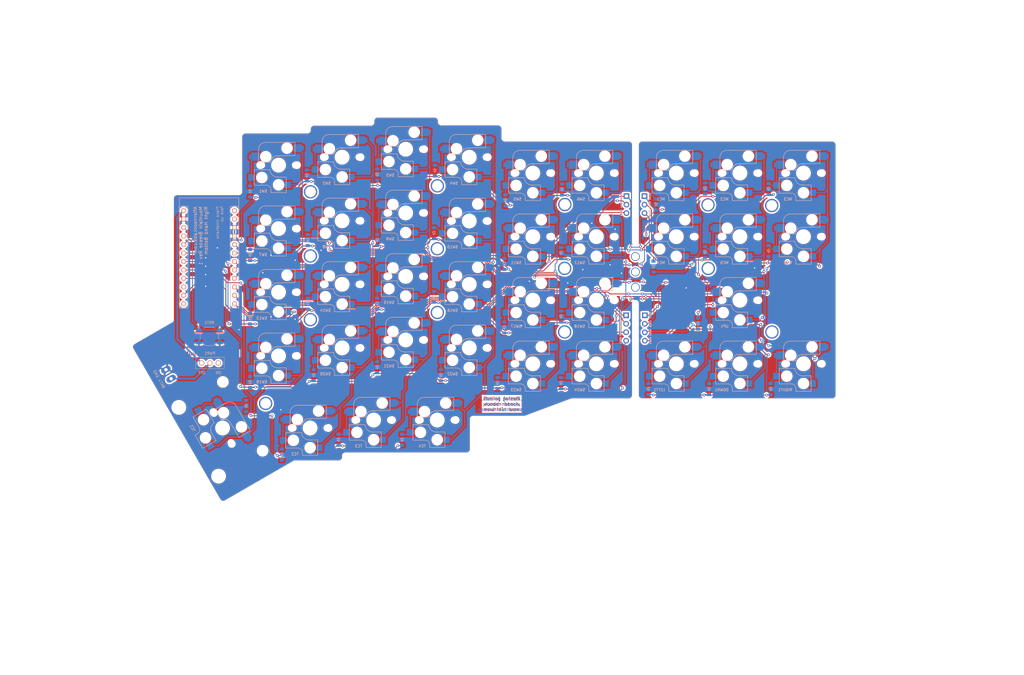
<source format=kicad_pcb>
(kicad_pcb (version 20240108) (generator "pcbnew") (generator_version "8.0")
  (title_block (title "Mountain Breeze Right") (date "2023-05-21") (rev "Rev1") (company "Afternoon Labs LLC"))
  (layers (0 "F.Cu" signal) (31 "B.Cu" signal) (36 "B.SilkS" user "B.Silkscreen") (37 "F.SilkS" user "F.Silkscreen") (38 "B.Mask" user) (39 "F.Mask" user) (44 "Edge.Cuts" user))
  (net 0 "")
  (net 1 "VCC")
  (net 2 "GND")
  (net 3 "RST")
  (net 4 "COL7")
  (net 5 "COL6")
  (net 6 "COL8")
  (net 7 "ROW0")
  (net 8 "Net-(D1-A)")
  (net 9 "ROW1")
  (net 10 "Net-(D2-A)")
  (net 11 "ROW2")
  (net 12 "Net-(D3-A)")
  (net 13 "ROW3")
  (net 14 "Net-(D4-A)")
  (net 15 "ROW4")
  (net 16 "Net-(D5-A)")
  (net 17 "Net-(D6-A)")
  (net 18 "Net-(D7-A)")
  (net 19 "Net-(D8-A)")
  (net 20 "Net-(D9-A)")
  (net 21 "Net-(D10-A)")
  (net 22 "Net-(D11-A)")
  (net 23 "Net-(D12-A)")
  (net 24 "Net-(D13-A)")
  (net 25 "Net-(D14-A)")
  (net 26 "Net-(D15-A)")
  (net 27 "Net-(D16-A)")
  (net 28 "Net-(D17-A)")
  (net 29 "Net-(D18-A)")
  (net 30 "Net-(D19-A)")
  (net 31 "Net-(D20-A)")
  (net 32 "Net-(D21-A)")
  (net 33 "Net-(D22-A)")
  (net 34 "Net-(D23-A)")
  (net 35 "Net-(D24-A)")
  (net 36 "COL0")
  (net 37 "COL1")
  (net 38 "COL2")
  (net 39 "COL3")
  (net 40 "COL4")
  (net 41 "COL5")
  (net 42 "Net-(DALF1-A)")
  (net 43 "Net-(DAN1-A)")
  (net 44 "Net-(DMC1-A)")
  (net 45 "Net-(DMC2-A)")
  (net 46 "Net-(DMC3-A)")
  (net 47 "Net-(DMC4-A)")
  (net 48 "Net-(DMC5-A)")
  (net 49 "Net-(DMC6-A)")
  (net 50 "Net-(DRT1-A)")
  (net 51 "Net-(DTC1-A)")
  (net 52 "Net-(DTC2-A)")
  (net 53 "Net-(DTC3-A)")
  (net 54 "Net-(DTC4-A)")
  (net 55 "Net-(DUP1-A)")
  (net 59 "Net-(J1-BAT+)")
  (net 60 "SideSelect")
  (net 61 "BAT_PLUS")
  (footprint "Breeze:ProMicro_1-Sided" (layer "F.Cu") (at 125.524 135.801)
    (property "Reference" "MCU-MAIN1" (hide yes))
    (property "Value" "PRO-MICRO" (hide yes))
  )
  (footprint "Breeze:M3-HOLE" (layer "F.Cu") (at 275.104 139.161)
    (property "Reference" "H1" (hide yes))
    (property "Value" "M3-HOLE" (hide yes))
  )
  (footprint "Breeze:M3-HOLE" (layer "F.Cu") (at 232.074 139.141)
    (property "Reference" "H3" (hide yes))
    (property "Value" "M3-HOLE" (hide yes))
  )
  (footprint "Breeze:M3-HOLE" (layer "F.Cu") (at 232.074 158.201)
    (property "Reference" "H4" (hide yes))
    (property "Value" "M3-HOLE" (hide yes))
  )
  (footprint "Breeze:M3-HOLE" (layer "F.Cu") (at 193.934 133.251)
    (property "Reference" "H5" (hide yes))
    (property "Value" "M3-HOLE" (hide yes))
  )
  (footprint "Breeze:M3-HOLE" (layer "F.Cu") (at 193.934 152.361)
    (property "Reference" "H6" (hide yes))
    (property "Value" "M3-HOLE" (hide yes))
  )
  (footprint "Breeze:M3-HOLE" (layer "F.Cu") (at 155.894 154.501)
    (property "Reference" "H7" (hide yes))
    (property "Value" "M3-HOLE" (hide yes))
  )
  (footprint "Breeze:M3-HOLE" (layer "F.Cu") (at 155.894 135.431)
    (property "Reference" "H8" (hide yes))
    (property "Value" "M3-HOLE" (hide yes))
  )
  (footprint "Breeze:M3-HOLE" (layer "F.Cu") (at 142.474 179.611)
    (property "Reference" "H9" (hide yes))
    (property "Value" "M3-HOLE" (hide yes))
  )
  (footprint "Breeze:Stabilizer_MX_2u" (layer "F.Cu") (at 129.563 186.974 -60)
    (property "Reference" "STABL1" (hide yes))
    (property "Value" "MX-STABILIZER-2U" (hide yes))
  )
  (footprint "Breeze:M2-HOLE" (layer "F.Cu") (at 253.286 140.2)
    (property "Reference" "H11" (hide yes))
    (property "Value" "2M-HOLE" (hide yes))
  )
  (footprint "Breeze:M2-HOLE" (layer "F.Cu") (at 253.286 144.8)
    (property "Reference" "H13" (hide yes))
    (property "Value" "2M-HOLE" (hide yes))
  )
  (footprint "Breeze:M2-HOLE" (layer "F.Cu") (at 253.286 135.6)
    (property "Reference" "H15" (hide yes))
    (property "Value" "2M-HOLE" (hide yes))
  )
  (footprint "Breeze:M3-HOLE" (layer "F.Cu") (at 275.04 120.106)
    (property "Reference" "H16" (hide yes))
    (property "Value" "M3-HOLE" (hide yes))
  )
  (footprint "Breeze:M3-HOLE" (layer "F.Cu") (at 294.14 120.306)
    (property "Reference" "H17" (hide yes))
    (property "Value" "M3-HOLE" (hide yes))
  )
  (footprint "Breeze:logo" (layer "F.Cu") (at 125.5 156.72)
    (property "Reference" "LGO1" (hide yes))
    (property "Value" "Logo" (hide yes))
  )
  (footprint "Breeze:M3-HOLE" (layer "F.Cu") (at 155.94 116.206)
    (property "Reference" "H2" (hide yes))
    (property "Value" "M3-HOLE" (hide yes))
  )
  (footprint "Breeze:M3-HOLE" (layer "F.Cu") (at 193.94 114.406)
    (property "Reference" "H18" (hide yes))
    (property "Value" "M3-HOLE" (hide yes))
  )
  (footprint "Breeze:M3-HOLE" (layer "F.Cu") (at 232.14 120.006)
    (property "Reference" "H19" (hide yes))
    (property "Value" "M3-HOLE" (hide yes))
  )
  (footprint "Breeze:BATT_PADS" (layer "F.Cu") (at 113.4 170.9 -60)
    (property "Reference" "J1" (hide yes))
    (property "Value" "J" (hide yes))
  )
  (footprint "Breeze:M3-HOLE" (layer "F.Cu") (at 294.2 158.2)
    (property "Reference" "H10" (hide yes))
    (property "Value" "M3-HOLE" (hide yes))
  )
  (footprint "Breeze:MX_Choc_Hotswap_1-Sided" (layer "B.Cu") (at 284.598 167.74 180)
    (property "Reference" "DOWN1")
    (property "Value" "CHOCXHSPCB-1U" (hide yes))
  )
  (footprint "Breeze:MX_Choc_Hotswap_1-Sided" (layer "B.Cu") (at 265.548 167.74 180)
    (property "Reference" "LEFT1")
    (property "Value" "CHOCXHSPCB-1U" (hide yes))
  )
  (footprint "Breeze:MX_Choc_Hotswap_1-Sided" (layer "B.Cu") (at 303.648 167.74 180)
    (property "Reference" "RIGHT1")
    (property "Value" "CHOCXHSPCB-1U" (hide yes))
  )
  (footprint "Breeze:MX_Choc_Hotswap_1-Sided" (layer "B.Cu") (at 284.598 148.69 180)
    (property "Reference" "UP1")
    (property "Value" "CHOCXHSPCB-1U" (hide yes))
  )
  (footprint "Breeze:SOD-123FL" (layer "B.Cu") (at 137.814728 116.08584 90)
    (property "Reference" "D1")
    (property "Value" "DIODE")
  )
  (footprint "Breeze:SOD-123FL" (layer "B.Cu") (at 137.814728 135.135824 90)
    (property "Reference" "D7")
    (property "Value" "DIODE")
  )
  (footprint "Breeze:SOD-123FL" (layer "B.Cu") (at 137.814728 154.185808 90)
    (property "Reference" "D13")
    (property "Value" "DIODE")
  )
  (footprint "Breeze:SOD-123FL" (layer "B.Cu") (at 137.814728 173.235792 90)
    (property "Reference" "D19")
    (property "Value" "DIODE")
  )
  (footprint "Breeze:SOD-123FL" (layer "B.Cu") (at 136.624104 180.379536 90)
    (property "Reference" "DTC1")
    (property "Value" "DIODE")
  )
  (footprint "Breeze:SOD-123FL" (layer "B.Cu") (at 154.78112 111.323344 90)
    (property "Reference" "D2")
    (property "Value" "DIODE")
  )
  (footprint "Breeze:SOD-123FL" (layer "B.Cu") (at 155.078776 130.670984 90)
    (property "Reference" "D8")
    (property "Value" "DIODE")
  )
  (footprint "Breeze:SOD-123FL" (layer "B.Cu") (at 155.078776 149.720968 90)
    (property "Reference" "D14")
    (property "Value" "DIODE")
  )
  (footprint "Breeze:SOD-123FL" (layer "B.Cu") (at 156.864712 171.1522 90)
    (property "Reference" "D20")
    (property "Value" "DIODE")
  )
  (footprint "Breeze:SOD-123FL" (layer "B.Cu") (at 147.33972 194.96468 90)
    (property "Reference" "DTC2")
    (property "Value" "DIODE")
  )
  (footprint "Breeze:SOD-123FL" (layer "B.Cu") (at 175.914696 111.025688 90)
    (property "Reference" "D3")
    (property "Value" "DIODE")
  )
  (footprint "Breeze:SOD-123FL" (layer "B.Cu") (at 175.914696 130.670984 90)
    (property "Reference" "D9")
    (property "Value" "DIODE")
  )
  (footprint "Breeze:SOD-123FL" (layer "B.Cu") (at 175.914696 149.720968 90)
    (property "Reference" "D15")
    (property "Value" "DIODE")
  )
  (footprint "Breeze:SOD-123FL" (layer "B.Cu") (at 175.914696 168.770952 90)
    (property "Reference" "D21")
    (property "Value" "DIODE")
  )
  (footprint "Breeze:SOD-123FL" (layer "B.Cu") (at 164.306112 190.49984 90)
    (property "Reference" "DTC3")
    (property "Value" "DIODE")
  )
  (footprint "Breeze:SOD-123FL" (layer "B.Cu") (at 193.178744 109.835064 90)
    (property "Reference" "D4")
    (property "Value" "DIODE")
  )
  (footprint "Breeze:SOD-123FL" (layer "B.Cu") (at 192.881088 128.587392 90)
    (property "Reference" "D10")
    (property "Value" "DIODE")
  )
  (footprint "Breeze:SOD-123FL" (layer "B.Cu") (at 192.881088 147.637376 90)
    (property "Reference" "D16")
    (property "Value" "DIODE")
  )
  (footprint "Breeze:SOD-123FL" (layer "B.Cu") (at 194.96468 171.1522 90)
    (property "Reference" "D22")
    (property "Value" "DIODE")
  )
  (footprint "Breeze:SOD-123FL" (layer "B.Cu") (at 183.356096 190.49984 90)
    (property "Reference" "DTC4")
    (property "Value" "DIODE")
  )
  (footprint "Breeze:SOD-123FL" (layer "B.Cu") (at 214.31232 118.764744 90)
    (property "Reference" "D5")
    (property "Value" "DIODE")
  )
  (footprint "Breeze:SOD-123FL" (layer "B.Cu") (at 214.014664 137.814728 90)
    (property "Reference" "D11")
    (property "Value" "DIODE")
  )
  (footprint "Breeze:SOD-123FL" (layer "B.Cu") (at 214.014664 156.864712 90)
    (property "Reference" "D17")
    (property "Value" "DIODE")
  )
  (footprint "Breeze:SOD-123FL" (layer "B.Cu") (at 211.931072 173.533448 90)
    (property "Reference" "D23")
    (property "Value" "DIODE")
  )
  (footprint "Breeze:SOD-123FL" (layer "B.Cu") (at 231.278712 115.490528 90)
    (property "Reference" "D6")
    (property "Value" "DIODE")
  )
  (footprint "Breeze:SOD-123FL" (layer "B.Cu") (at 230.981056 134.540512 90)
    (property "Reference" "D12")
    (property "Value" "DIODE")
  )
  (footprint "Breeze:SOD-123FL" (layer "B.Cu") (at 230.981056 153.590496 90)
    (property "Reference" "D18")
    (property "Value" "DIODE")
  )
  (footprint "Breeze:SOD-123FL" (layer "B.Cu") (at 230.981056 173.533448 90)
    (property "Reference" "D24")
    (property "Value" "DIODE")
  )
  (footprint "Breeze:SOD-123FL" (layer "B.Cu") (at 259.4 120 90)
    (property "Reference" "DMC1")
    (property "Value" "DIODE")
  )
  (footprint "Breeze:SOD-123FL" (layer "B.Cu") (at 258.7 138.6 90)
    (property "Reference" "DMC4")
    (property "Value" "DIODE")
  )
  (footprint "Breeze:SOD-123FL" (layer "B.Cu") (at 257.174784 175.319384 90)
    (property "Reference" "DALF1")
    (property "Value" "DIODE")
  )
  (footprint "Breeze:SOD-123FL" (layer "B.Cu") (at 274.141176 115.192872 90)
    (property "Reference" "DMC2")
    (property "Value" "DIODE")
  )
  (footprint "Breeze:SOD-123FL" (layer "B.Cu") (at 274.141176 134.242856 90)
    (property "Reference" "DMC5")
    (property "Value" "DIODE")
  )
  (footprint "Breeze:SOD-123FL" (layer "B.Cu") (at 272.057584 155.674088 90)
    (property "Reference" "DUP1")
    (property "Value" "DIODE")
  )
  (footprint "Breeze:SOD-123FL" (layer "B.Cu") (at 275.3318 175.319384 90)
    (property "Reference" "DAN1")
    (property "Value" "DIODE")
  )
  (footprint "Breeze:SOD-123FL" (layer "B.Cu") (at 293.19116 115.340508 90)
    (property "Reference" "DMC3")
    (property "Value" "DIODE")
  )
  (footprint "Breeze:SOD-123FL" (layer "B.Cu") (at 293.19116 133.9452 90)
    (property "Reference" "DMC6")
    (property "Value" "DIODE")
  )
  (footprint "Breeze:SOD-123FL" (layer "B.Cu") (at 293.786472 175.319384 90)
    (property "Reference" "DRT1")
    (property "Value" "DIODE")
  )
  (footprint "Breeze:MX_Choc_Hotswap_1-Sided" (layer "B.Cu") (at 265.548 110.59 180)
    (property "Reference" "MC1")
    (property "Value" "CHOCXHSPCB-1U" (hide yes))
  )
  (footprint "Breeze:MX_Choc_Hotswap_1-Sided" (layer "B.Cu") (at 284.598 110.59 180)
    (property "Reference" "MC2")
    (property "Value" "CHOCXHSPCB-1U" (hide yes))
  )
  (footprint "Breeze:MX_Choc_Hotswap_1-Sided" (layer "B.Cu") (at 303.648 110.59 180)
    (property "Reference" "MC3")
    (property "Value" "CHOCXHSPCB-1U" (hide yes))
  )
  (footprint "Breeze:MX_Choc_Hotswap_1-Sided" (layer "B.Cu") (at 265.548 129.64 180)
    (property "Reference" "MC4")
    (property "Value" "CHOCXHSPCB-1U" (hide yes))
  )
  (footprint "Breeze:MX_Choc_Hotswap_1-Sided" (layer "B.Cu") (at 284.598 129.64 180)
    (property "Reference" "MC5")
    (property "Value" "CHOCXHSPCB-1U" (hide yes))
  )
  (footprint "Breeze:MX_Choc_Hotswap_1-Sided" (layer "B.Cu") (at 303.648 129.64 180)
    (property "Reference" "MC6")
    (property "Value" "CHOCXHSPCB-1U" (hide yes))
  )
  (footprint "Breeze:MX_Choc_Hotswap_1-Sided" (layer "B.Cu") (at 146.34 108.206 180)
    (property "Reference" "SW1")
    (property "Value" "CHOCXHSPCB-1U" (hide yes))
  )
  (footprint "Breeze:MX_Choc_Hotswap_1-Sided" (layer "B.Cu") (at 165.39 105.825 180)
    (property "Reference" "SW2")
    (property "Value" "CHOCXHSPCB-1U" (hide yes))
  )
  (footprint "Breeze:MX_Choc_Hotswap_1-Sided" (layer "B.Cu") (at 184.44 103.44 180)
    (property "Reference" "SW3")
    (property "Value" "CHOCXHSPCB-1U" (hide yes))
  )
  (footprint "Breeze:MX_Choc_Hotswap_1-Sided" (layer "B.Cu") (at 203.49 105.825 180)
    (property "Reference" "SW4")
    (property "Value" "CHOCXHSPCB-1U" (hide yes))
  )
  (footprint "Breeze:MX_Choc_Hotswap_1-Sided" (layer "B.Cu") (at 222.54 110.59 180)
    (property "Reference" "SW5")
    (property "Value" "CHOCXHSPCB-1U" (hide yes))
  )
  (footprint "Breeze:MX_Choc_Hotswap_1-Sided" (layer "B.Cu") (at 241.59 110.59 180)
    (property "Reference" "SW6")
    (property "Value" "CHOCXHSPCB-1U" (hide yes))
  )
  (footprint "Breeze:MX_Choc_Hotswap_1-Sided" (layer "B.Cu") (at 146.34 127.227 180)
    (property "Reference" "SW7")
    (property "Value" "CHOCXHSPCB-1U" (hide yes))
  )
  (footprint "Breeze:MX_Choc_Hotswap_1-Sided" (layer "B.Cu") (at 165.39 124.8902 180)
    (property "Reference" "SW8")
    (property "Value" "CHOCXHSPCB-1U" (hide yes))
  )
  (footprint "Breeze:MX_Choc_Hotswap_1-Sided" (layer "B.Cu") (at 184.44 122.528 180)
    (property "Reference" "SW9")
    (property "Value" "CHOCXHSPCB-1U" (hide yes))
  )
  (footprint "Breeze:MX_Choc_Hotswap_1-Sided" (layer "B.Cu") (at 203.49 124.941 180)
    (property "Reference" "SW10")
    (property "Value" "CHOCXHSPCB-1U" (hide yes))
  )
  (footprint "Breeze:MX_Choc_Hotswap_1-Sided" (layer "B.Cu") (at 222.54 129.64 180)
    (property "Reference" "SW11")
    (property "Value" "CHOCXHSPCB-1U" (hide yes))
  )
  (footprint "Breeze:MX_Choc_Hotswap_1-Sided" (layer "B.Cu") (at 241.59 129.64 180)
    (property "Reference" "SW12")
    (property "Value" "CHOCXHSPCB-1U" (hide yes))
  )
  (footprint "Breeze:MX_Choc_Hotswap_1-Sided" (layer "B.Cu") (at 146.34 146.277 180)
    (property "Reference" "SW13")
    (property "Value" "CHOCXHSPCB-1U" (hide yes))
  )
  (footprint "Breeze:MX_Choc_Hotswap_1-Sided" (layer "B.Cu") (at 165.39 143.925 180)
    (property "Reference" "SW14")
    (property "Value" "CHOCXHSPCB-1U" (hide yes))
  )
  (footprint "Breeze:MX_Choc_Hotswap_1-Sided" (layer "B.Cu") (at 184.44 141.54 180)
    (property "Reference" "SW15")
    (property "Value" "CHOCXHSPCB-1U" (hide yes))
  )
  (footprint "Breeze:MX_Choc_Hotswap_1-Sided" (layer "B.Cu") (at 203.49 143.925 180)
    (property "Reference" "SW16")
    (property "Value" "CHOCXHSPCB-1U" (hide yes))
  )
  (footprint "Breeze:MX_Choc_Hotswap_1-Sided" (layer "B.Cu") (at 222.54 148.69 180)
    (property "Reference" "SW17")
    (property "Value" "CHOCXHSPCB-1U" (hide yes))
  )
  (footprint "Breeze:MX_Choc_Hotswap_1-Sided" (layer "B.Cu") (at 241.59 148.69 180)
    (property "Reference" "SW18")
    (property "Value" "CHOCXHSPCB-1U" (hide yes))
  )
  (footprint "Breeze:MX_Choc_Hotswap_1-Sided" (layer "B.Cu") (at 146.34 165.356 180)
    (property "Reference" "SW19")
    (property "Value" "CHOCXHSPCB-1U" (hide yes))
  )
  (footprint "Breeze:MX_Choc_Hotswap_1-Sided" (layer "B.Cu") (at 165.39 162.975 180)
    (property "Reference" "SW20")
    (property "Value" "CHOCXHSPCB-1U" (hide yes))
  )
  (footprint "Breeze:MX_Choc_Hotswap_1-Sided" (layer "B.Cu") (at 184.44 160.59 180)
    (property "Reference" "SW21")
    (property "Value" "CHOCXHSPCB-1U" (hide yes))
  )
  (footprint "Breeze:MX_Choc_Hotswap_1-Sided" (layer "B.Cu") (at 203.49 162.975 180)
    (property "Reference" "SW22")
    (property "Value" "CHOCXHSPCB-1U" (hide yes))
  )
  (footprint "Breeze:MX_Choc_Hotswap_1-Sided" (layer "B.Cu") (at 222.54 167.74 180)
    (property "Reference" "SW23")
    (property "Value" "CHOCXHSPCB-1U" (hide yes))
  )
  (footprint "Breeze:MX_Choc_Hotswap_1-Sided" (layer "B.Cu") (at 241.59 167.74 180)
    (property "Reference" "SW24")
    (property "Value" "CHOCXHSPCB-1U" (hide yes))
  )
  (footprint "Breeze:MX_Choc_Hotswap_1-Sided" (layer "B.Cu") (at 129.563 186.974 120)
    (property "Reference" "TC1")
    (property "Value" "CHOCXHSPCB-1U" (hide yes))
  )
  (footprint "Breeze:MX_Choc_Hotswap_1-Sided" (layer "B.Cu") (at 155.79 186.974 180)
    (property "Reference" "TC2")
    (property "Value" "CHOCXHSPCB-1U" (hide yes))
  )
  (footprint "Breeze:MX_Choc_Hotswap_1-Sided" (layer "B.Cu") (at 174.84 184.59 180)
    (property "Reference" "TC3")
    (property "Value" "CHOCXHSPCB-1U" (hide yes))
  )
  (footprint "Breeze:MX_Choc_Hotswap_1-Sided" (layer "B.Cu") (at 193.89 184.59 180)
    (property "Reference" "TC4")
    (property "Value" "CHOCXHSPCB-1U" (hide yes))
  )
  (footprint "Connector_PinHeader_2.54mm:PinHeader_1x04_P2.54mm_Vertical" (layer "B.Cu") (at 250.5 153.2 180)
    (property "Reference" "J_RIGHT2" (hide yes))
    (property "Value" "Conn_01x04" (hide yes))
  )
  (footprint "Breeze:SS12D00" (layer "B.Cu") (at 125.8 167.5)
    (property "Reference" "PWR1")
    (property "Value" "SW_SPDT" (hide yes))
  )
  (footprint "Connector_PinHeader_2.54mm:PinHeader_1x04_P2.54mm_Vertical" (layer "B.Cu") (at 256.1 153.2 180)
    (property "Reference" "J_FUNCT2" (hide yes))
    (property "Value" "Conn_01x04" (hide yes))
  )
  (footprint "Connector_PinHeader_2.54mm:PinHeader_1x03_P2.54mm_Vertical" (layer "B.Cu") (at 256 117.5 180)
    (property "Reference" "J_FUNCT1" (hide yes))
    (property "Value" "Conn_01x04")
  )
  (footprint "Button_Switch_SMD:SW_SPST_TL3342" (layer "B.Cu") (at 125.595872 159.514)
    (property "Reference" "RST1")
    (property "Value" "SW-RST")
  )
  (footprint "Connector_PinHeader_2.54mm:PinHeader_1x03_P2.54mm_Vertical" (layer "B.Cu") (at 250.6 117.5 180)
    (property "Reference" "J_RIGHT1" (hide yes))
    (property "Value" "Conn_01x04")
  )
  (gr_line (start 166.372 194.317) (end 202.672 194.317) (stroke (width 0.05)) (layer "Edge.Cuts"))
  (gr_arc (start 251.27 101.126) (mid 251.977107 101.418893) (end 252.27 102.126) (stroke (width 0.05)) (layer "Edge.Cuts"))
  (gr_arc (start 253.257893 132.292893) (mid 252.550786 132) (end 252.257893 131.292893) (stroke (width 0.05)) (layer "Edge.Cuts"))
  (gr_line (start 251.27 101.126) (end 214.15 101.126) (stroke (width 0.05)) (layer "Edge.Cuts"))
  (gr_arc (start 220.312305 183.253636) (mid 220.139995 183.301032) (end 219.962 183.317) (stroke (width 0.05)) (layer "Edge.Cuts"))
  (gr_arc (start 130.262 208.674) (mid 129.503199 208.773908) (end 128.896 208.308) (stroke (width 0.05)) (layer "Edge.Cuts"))
  (gr_arc (start 102.846 163.188) (mid 102.746092 162.429199) (end 103.212 161.822) (stroke (width 0.05)) (layer "Edge.Cuts"))
  (gr_line (start 253.292893 132.292893) (end 253.257893 132.292893) (stroke (width 0.05)) (layer "Edge.Cuts"))
  (gr_line (start 134.44 117.186) (end 115.97 117.186) (stroke (width 0.05)) (layer "Edge.Cuts"))
  (gr_line (start 313.265 102.126) (end 313.265 161.321) (stroke (width 0.05)) (layer "Edge.Cuts"))
  (gr_line (start 254.292893 131.292893) (end 254.305 102.126) (stroke (width 0.05)) (layer "Edge.Cuts"))
  (gr_line (start 212.15 96.296) (end 195.1 96.296) (stroke (width 0.05)) (layer "Edge.Cuts"))
  (gr_line (start 204.672 183.317) (end 219.962 183.317) (stroke (width 0.05)) (layer "Edge.Cuts"))
  (gr_line (start 254.305 161.321) (end 254.305 177.101) (stroke (width 0.05)) (layer "Edge.Cuts"))
  (gr_arc (start 252.27 177.101) (mid 251.977107 177.808107) (end 251.27 178.101) (stroke (width 0.05)) (layer "Edge.Cuts"))
  (gr_arc (start 135.44 116.186) (mid 135.147107 116.893107) (end 134.44 117.186) (stroke (width 0.05)) (layer "Edge.Cuts"))
  (gr_line (start 313.265 161.321) (end 313.265 177.101) (stroke (width 0.05)) (layer "Edge.Cuts"))
  (gr_line (start 102.846 163.188) (end 128.896 208.308) (stroke (width 0.05)) (layer "Edge.Cuts"))
  (gr_line (start 130.262 208.674) (end 150.774 196.831) (stroke (width 0.05)) (layer "Edge.Cuts"))
  (gr_line (start 255.305 101.126) (end 312.265 101.126) (stroke (width 0.05)) (layer "Edge.Cuts"))
  (gr_line (start 203.672 193.317) (end 203.672 184.317) (stroke (width 0.05)) (layer "Edge.Cuts"))
  (gr_line (start 194.1 95.296) (end 194.1 94.956) (stroke (width 0.05)) (layer "Edge.Cuts"))
  (gr_line (start 175.05 94.956) (end 175.05 95.376) (stroke (width 0.05)) (layer "Edge.Cuts"))
  (gr_arc (start 165.372 195.697) (mid 165.079107 196.404107) (end 164.372 196.697) (stroke (width 0.05)) (layer "Edge.Cuts"))
  (gr_line (start 255.305 178.101) (end 312.265 178.101) (stroke (width 0.05)) (layer "Edge.Cuts"))
  (gr_arc (start 253.305 148.614) (mid 254.012107 148.906893) (end 254.305 149.614) (stroke (width 0.05)) (layer "Edge.Cuts"))
  (gr_line (start 103.212 161.822) (end 104.08 161.32) (stroke (width 0.05)) (layer "Edge.Cuts"))
  (gr_arc (start 156 97.706) (mid 155.707107 98.413107) (end 155 98.706) (stroke (width 0.05)) (layer "Edge.Cuts"))
  (gr_line (start 251.27 178.101) (end 234.27 178.101) (stroke (width 0.05)) (layer "Edge.Cuts"))
  (gr_arc (start 175.05 95.376) (mid 174.757107 96.083107) (end 174.05 96.376) (stroke (width 0.05)) (layer "Edge.Cuts"))
  (gr_line (start 253.305 148.614) (end 253.27 148.614) (stroke (width 0.05)) (layer "Edge.Cuts"))
  (gr_line (start 174.05 96.376) (end 157 96.376) (stroke (width 0.05)) (layer "Edge.Cuts"))
  (gr_arc (start 175.05 94.956) (mid 175.342893 94.248893) (end 176.05 93.956) (stroke (width 0.05)) (layer "Edge.Cuts"))
  (gr_arc (start 156 97.376) (mid 156.292893 96.668893) (end 157 96.376) (stroke (width 0.05)) (layer "Edge.Cuts"))
  (gr_arc (start 254.305 102.126) (mid 254.597893 101.418893) (end 255.305 101.126) (stroke (width 0.05)) (layer "Edge.Cuts"))
  (gr_arc (start 312.265 101.126) (mid 312.972107 101.418893) (end 313.265 102.126) (stroke (width 0.05)) (layer "Edge.Cuts"))
  (gr_arc (start 214.15 101.126) (mid 213.442893 100.833107) (end 213.15 100.126) (stroke (width 0.05)) (layer "Edge.Cuts"))
  (gr_line (start 151.274 196.697) (end 164.372 196.697) (stroke (width 0.05)) (layer "Edge.Cuts"))
  (gr_arc (start 254.292893 131.292893) (mid 254 132) (end 253.292893 132.292893) (stroke (width 0.05)) (layer "Edge.Cuts"))
  (gr_arc (start 252.27 149.614) (mid 252.562893 148.906893) (end 253.27 148.614) (stroke (width 0.05)) (layer "Edge.Cuts"))
  (gr_line (start 193.1 93.956) (end 176.05 93.956) (stroke (width 0.05)) (layer "Edge.Cuts"))
  (gr_line (start 213.15 100.126) (end 213.15 97.296) (stroke (width 0.05)) (layer "Edge.Cuts"))
  (gr_line (start 252.27 102.126) (end 252.257893 131.292893) (stroke (width 0.05)) (layer "Edge.Cuts"))
  (gr_arc (start 195.1 96.296) (mid 194.392893 96.003107) (end 194.1 95.296) (stroke (width 0.05)) (layer "Edge.Cuts"))
  (gr_arc (start 233.919695 178.164364) (mid 234.092005 178.116968) (end 234.27 178.101) (stroke (width 0.05)) (layer "Edge.Cuts"))
  (gr_arc (start 165.372 195.317) (mid 165.664893 194.609893) (end 166.372 194.317) (stroke (width 0.05)) (layer "Edge.Cuts"))
  (gr_arc (start 203.672 193.317) (mid 203.379107 194.024107) (end 202.672 194.317) (stroke (width 0.05)) (layer "Edge.Cuts"))
  (gr_line (start 135.44 99.706) (end 135.44 116.186) (stroke (width 0.05)) (layer "Edge.Cuts"))
  (gr_line (start 156 97.376) (end 156 97.706) (stroke (width 0.05)) (layer "Edge.Cuts"))
  (gr_line (start 104.08 161.32) (end 114.47 155.322) (stroke (width 0.05)) (layer "Edge.Cuts"))
  (gr_arc (start 313.265 177.101) (mid 312.972107 177.808107) (end 312.265 178.101) (stroke (width 0.05)) (layer "Edge.Cuts"))
  (gr_arc (start 114.97 118.186) (mid 115.262893 117.478893) (end 115.97 117.186) (stroke (width 0.05)) (layer "Edge.Cuts"))
  (gr_line (start 254.305 149.614) (end 254.305 161.321) (stroke (width 0.05)) (layer "Edge.Cuts"))
  (gr_line (start 252.27 149.614) (end 252.27 177.101) (stroke (width 0.05)) (layer "Edge.Cuts"))
  (gr_arc (start 150.774 196.830975) (mid 151.015181 196.731075) (end 151.274 196.697) (stroke (width 0.05)) (layer "Edge.Cuts"))
  (gr_arc (start 203.672 184.317) (mid 203.964893 183.609893) (end 204.672 183.317) (stroke (width 0.05)) (layer "Edge.Cuts"))
  (gr_arc (start 193.1 93.956) (mid 193.807107 94.248893) (end 194.1 94.956) (stroke (width 0.05)) (layer "Edge.Cuts"))
  (gr_line (start 165.372 195.317) (end 165.372 195.697) (stroke (width 0.05)) (layer "Edge.Cuts"))
  (gr_line (start 114.97 154.456) (end 114.97 118.186) (stroke (width 0.05)) (layer "Edge.Cuts"))
  (gr_arc (start 255.305 178.101) (mid 254.597893 177.808107) (end 254.305 177.101) (stroke (width 0.05)) (layer "Edge.Cuts"))
  (gr_line (start 233.92 178.164) (end 220.313 183.254) (stroke (width 0.05)) (layer "Edge.Cuts"))
  (gr_arc (start 114.969978 154.455987) (mid 114.836013 154.955978) (end 114.47 155.322) (stroke (width 0.05)) (layer "Edge.Cuts"))
  (gr_arc (start 135.44 99.706) (mid 135.732893 98.998893) (end 136.44 98.706) (stroke (width 0.05)) (layer "Edge.Cuts"))
  (gr_line (start 136.44 98.706) (end 155 98.706) (stroke (width 0.05)) (layer "Edge.Cuts"))
  (gr_arc (start 212.15 96.296) (mid 212.857107 96.588893) (end 213.15 97.296) (stroke (width 0.05)) (layer "Edge.Cuts"))
  (gr_text "Afternoon Labs" (at 125.562228 162.596 0) (layer "F.Cu") (effects (font (size 1.2 1.2) (thickness 0.2))))
  (gr_text "-Mountain Breeze-" (at 125.562228 164.628 0) (layer "F.Cu") (effects (font (size 1.2 1.2) (thickness 0.2))))
  (gr_text "Rolling forests,\nwooden bench,\nmountain breeze." (at 207.59 179.767 0) (layer "F.Cu") (effects (font (size 1 1)) (justify left)))
  (gr_text "Rolling forests,\nwooden bench,\nmountain breeze." (at 218.84 179.817 0) (layer "B.Cu") (effects (font (size 1 1)) (justify left mirror)))
  (gr_text "AfternoonLabs.com\nMountain Breeze Rev 1\nRight Hand Bottom" (at 123 120.5 90) (layer "B.SilkS") (effects (font (size 1 1)) (justify left mirror)))
  (gr_text "Place nice!nano\nface up" (at 128.7 120.5 90) (layer "B.SilkS") (effects (font (size 0.8 0.8) (thickness 0.1)) (justify left mirror)))
  (gr_text "ROW2" (at 258.1 157.2 90) (layer "B.SilkS") (effects (font (size 0.5 0.5) (thickness 0.125) (bold yes)) (justify left bottom mirror)))
  (gr_text "ROW3" (at 249.2 159.6 90) (layer "B.SilkS") (effects (font (size 0.5 0.5) (thickness 0.125) (bold yes)) (justify left bottom mirror)))
  (gr_text "ROW2" (at 249.2 157.2 90) (layer "B.SilkS") (effects (font (size 0.5 0.5) (thickness 0.125) (bold yes)) (justify left bottom mirror)))
  (gr_text "COL8" (at 258.1 154.7 90) (layer "B.SilkS") (effects (font (size 0.5 0.5) (thickness 0.125) (bold yes)) (justify left bottom mirror)))
  (gr_text "ROW3" (at 258.1 159.6 90) (layer "B.SilkS") (effects (font (size 0.5 0.5) (thickness 0.125) (bold yes)) (justify left bottom mirror)))
  (gr_text "COL6" (at 249.4 121.5 90) (layer "B.SilkS") (effects (font (size 0.5 0.5) (thickness 0.125) (bold yes)) (justify left bottom mirror)))
  (gr_text "ROW1\n" (at 249.4 118.9 90) (layer "B.SilkS") (effects (font (size 0.5 0.5) (thickness 0.125) (bold yes)) (justify left bottom mirror)))
  (gr_text "OFF\n" (at 123.3 170.4 0) (layer "B.SilkS") (effects (font (size 0.8 0.8) (thickness 0.12)) (justify mirror)))
  (gr_text "ROW0\n" (at 257.9 116.4 90) (layer "B.SilkS") (effects (font (size 0.5 0.5) (thickness 0.125) (bold yes)) (justify left bottom mirror)))
  (gr_text "COL8" (at 249.2 154.7 90) (layer "B.SilkS") (effects (font (size 0.5 0.5) (thickness 0.125) (bold yes)) (justify left bottom mirror)))
  (gr_text "ON" (at 128.3 170.4 0) (layer "B.SilkS") (effects (font (size 0.8 0.8) (thickness 0.12)) (justify mirror)))
  (gr_text "COL6" (at 257.9 121.5 90) (layer "B.SilkS") (effects (font (size 0.5 0.5) (thickness 0.125) (bold yes)) (justify left bottom mirror)))
  (gr_text "ROW1\n" (at 257.9 118.9 90) (layer "B.SilkS") (effects (font (size 0.5 0.5) (thickness 0.125) (bold yes)) (justify left bottom mirror)))
  (gr_text "COL7" (at 258.1 152.2 90) (layer "B.SilkS") (effects (font (size 0.5 0.5) (thickness 0.125) (bold yes)) (justify left bottom mirror)))
  (gr_text "ROW0\n" (at 249.4 116.4 90) (layer "B.SilkS") (effects (font (size 0.5 0.5) (thickness 0.125) (bold yes)) (justify left bottom mirror)))
  (gr_text "COL7" (at 249.2 152.2 90) (layer "B.SilkS") (effects (font (size 0.5 0.5) (thickness 0.125) (bold yes)) (justify left bottom mirror)))
  (segment (start 249.4 137.7) (end 249.35 137.65) (width 0.25) (layer "F.Cu") (net 0))
  (segment (start 249.35 137.65) (end 249.3 137.65) (width 0.25) (layer "F.Cu") (net 0))
  (segment (start 250.7 142.2) (end 251.7 142.2) (width 0.25) (layer "F.Cu") (net 2))
  (segment (start 247.2 127.4) (end 247.065 127.265) (width 0.25) (layer "F.Cu") (net 2))
  (segment (start 249.1 140.6) (end 250.7 142.2) (width 0.25) (layer "F.Cu") (net 2))
  (segment (start 251.8 142.1) (end 251.7 142.2) (width 0.25) (layer "F.Cu") (net 2))
  (segment (start 255.5 142.1) (end 251.8 142.1) (width 0.25) (layer "F.Cu") (net 2))
  (via (at 151.31 136.71) (size 0.8) (drill 0.4) (layers "F.Cu" "B.Cu") (net 2))
  (via (at 128 133) (size 0.8) (drill 0.4) (layers "F.Cu" "B.Cu") (net 2))
  (via (at 151.32 154.36) (size 0.8) (drill 0.4) (layers "F.Cu" "B.Cu") (net 2))
  (via (at 245.7 138.1) (size 0.8) (drill 0.4) (layers "F.Cu" "B.Cu") (net 2))
  (via (at 159.08 133.74) (size 0.8) (drill 0.4) (layers "F.Cu" "B.Cu") (net 2))
  (via (at 212.33 138.32) (size 0.8) (drill 0.4) (layers "F.Cu" "B.Cu") (net 2))
  (via (at 124.5 136) (size 0.8) (drill 0.4) (layers "F.Cu" "B.Cu") (net 2))
  (via (at 221.5 143) (size 0.8) (drill 0.4) (layers "F.Cu" "B.Cu") (net 2))
  (via (at 124.5 138.5) (size 0.8) (drill 0.4) (layers "F.Cu" "B.Cu") (net 2))
  (via (at 124.5 141) (size 0.8) (drill 0.4) (layers "F.Cu" "B.Cu") (net 2))
  (via (at 240.2 125.6) (size 0.8) (drill 0.4) (layers "F.Cu" "B.Cu") (net 2))
  (via (at 124.5 144.5) (size 0.8) (drill 0.4) (layers "F.Cu" "B.Cu") (net 2))
  (via (at 249.1 140.6) (size 0.8) (drill 0.4) (layers "F.Cu" "B.Cu") (net 2))
  (via (at 233 143.5) (size 0.8) (drill 0.4) (layers "F.Cu" "B.Cu") (net 2))
  (via (at 144.1 153.63) (size 0.8) (drill 0.4) (layers "F.Cu" "B.Cu") (net 2))
  (via (at 141.63 140.45) (size 0.8) (drill 0.4) (layers "F.Cu" "B.Cu") (net 2))
  (via (at 219.2 156.3) (size 0.8) (drill 0.4) (layers "F.Cu" "B.Cu") (net 2))
  (via (at 251.7 142.2) (size 0.8) (drill 0.4) (layers "F.Cu" "B.Cu") (net 2))
  (via (at 134.5 157.5) (size 0.8) (drill 0.4) (layers "F.Cu" "B.Cu") (net 2))
  (via (at 268.5 145) (size 0.8) (drill 0.4) (layers "F.Cu" "B.Cu") (net 2))
  (via (at 144.06 135.19) (size 0.8) (drill 0.4) (layers "F.Cu" "B.Cu") (net 2))
  (via (at 247.2 127.4) (size 0.8) (drill 0.4) (layers "F.Cu" "B.Cu") (net 2))
  (via (at 255.5 142.1) (size 0.8) (drill 0.4) (layers "F.Cu" "B.Cu") (net 2))
  (via (at 289 139) (size 0.8) (drill 0.4) (layers "F.Cu" "B.Cu") (net 2))
  (via (at 237.5 139.5) (size 0.8) (drill 0.4) (layers "F.Cu" "B.Cu") (net 2))
  (via (at 147 181.5) (size 0.8) (drill 0.4) (layers "F.Cu" "B.Cu") (net 2))
  (segment (start 133.144 129.451) (end 133.144 126.911) (width 0.381) (layer "B.Cu") (net 2))
  (segment (start 249.1 140.6) (end 246.6 138.1) (width 0.25) (layer "B.Cu") (net 2))
  (segment (start 246.6 138.1) (end 245.7 138.1) (width 0.25) (layer "B.Cu") (net 2))
  (segment (start 119.02 128.027) (end 119.02 129.82) (width 0.25) (layer "B.Cu") (net 3))
  (segment (start 117.904 126.911) (end 119.02 128.027) (width 0.25) (layer "B.Cu") (net 3))
  (segment (start 122.445872 157.614) (end 128.745872 157.614) (width 0.25) (layer "B.Cu") (net 3))
  (segment (start 120.52 131.32) (end 120.52 154.8) (width 0.25) (layer "B.Cu") (net 3))
  (segment (start 119.02 129.82) (end 120.52 131.32) (width 0.25) (layer "B.Cu") (net 3))
  (segment (start 122.445872 156.725872) (end 122.445872 157.614) (width 0.25) (layer "B.Cu") (net 3))
  (segment (start 120.52 154.8) (end 122.445872 156.725872) (width 0.25) (layer "B.Cu") (net 3))
  (segment (start 241.7 145.2) (end 240.36 145.2) (width 0.25) (layer "F.Cu") (net 4))
  (segment (start 174.04 152.27) (end 163.6 152.27) (width 0.25) (layer "F.Cu") (net 4))
  (segment (start 240.36 145.2) (end 238.98 143.82) (width 0.25) (layer "F.Cu") (net 4))
  (segment (start 249.447588 153.2) (end 244.9 148.652412) (width 0.25) (layer "F.Cu") (net 4))
  (segment (start 257.3 153.2) (end 256.1 153.2) (width 0.25) (layer "F.Cu") (net 4))
  (segment (start 134.69 150.68) (end 134.69 148.777) (width 0.25) (layer "F.Cu") (net 4))
  (segment (start 194.763604 148.25) (end 192.18 148.25) (width 0.25) (layer "F.Cu") (net 4))
  (segment (start 163.6 152.27) (end 162.22 150.89) (width 0.25) (layer "F.Cu") (net 4))
  (segment (start 207.396396 152.38) (end 198.893604 152.38) (width 0.25) (layer "F.Cu") (net 4))
  (segment (start 192.18 148.25) (end 190.15 150.28) (width 0.25) (layer "F.Cu") (net 4))
  (segment (start 278.12 140.34) (end 291.478 140.34) (width 0.25) (layer "F.Cu") (net 4))
  (segment (start 142.076396 153.13) (end 137.14 153.13) (width 0.25) (layer "F.Cu") (net 4))
  (segment (start 238.98 143.82) (end 236.57 143.82) (width 0.25) (layer "F.Cu") (net 4))
  (segment (start 244.9 148.652412) (end 244.9 147.5) (width 0.25) (layer "F.Cu") (net 4))
  (segment (start 234.61 145.78) (end 221.87 145.78) (width 0.25) (layer "F.Cu") (net 4))
  (segment (start 145.354396 149.852) (end 142.076396 153.13) (width 0.25) (layer "F.Cu") (net 4))
  (segment (start 245.24 145.8) (end 240.96 145.8) (width 0.25) (layer "F.Cu") (net 4))
  (segment (start 247.71 143.33) (end 245.24 145.8) (width 0.25) (layer "F.Cu") (net 4))
  (segment (start 216.186396 143.59) (end 207.396396 152.38) (width 0.25) (layer "F.Cu") (net 4))
  (segment (start 198.893604 152.38) (end 194.763604 148.25) (width 0.25) (layer "F.Cu") (net 4))
  (segment (start 275.13 143.33) (end 278.12 140.34) (width 0.25) (layer "F.Cu") (net 4))
  (segment (start 134.69 148.777) (end 133.144 147.231) (width 0.25) (layer "F.Cu") (net 4))
  (segment (start 262.4 143.33) (end 275.13 143.33) (width 0.25) (layer "F.Cu") (net 4))
  (segment (start 291.478 140.34) (end 291.798 140.02) (width 0.25) (layer "F.Cu") (net 4))
  (segment (start 190.15 150.28) (end 176.03 150.28) (width 0.25) (layer "F.Cu") (net 4))
  (segment (start 255.8 143.33) (end 262.4 143.33) (width 0.25) (layer "F.Cu") (net 4))
  (segment (start 176.03 150.28) (end 174.04 152.27) (width 0.25) (layer "F.Cu") (net 4))
  (segment (start 156.185604 149.852) (end 145.354396 149.852) (width 0.25) (layer "F.Cu") (net 4))
  (segment (start 137.14 153.13) (end 134.69 150.68) (width 0.25) (layer "F.Cu") (net 4))
  (segment (start 250.5 153.2) (end 249.447588 153.2) (width 0.25) (layer "F.Cu") (net 4))
  (segment (start 262.4 143.33) (end 262.3 143.33) (width 0.25) (layer "F.Cu") (net 4))
  (segment (start 251.4 143.33) (end 247.71 143.33) (width 0.25) (layer "F.Cu") (net 4))
  (segment (start 244.9 147.5) (end 244.925 147.5) (width 0.25) (layer "F.Cu") (net 4))
  (segment (start 162.22 150.89) (end 157.223604 150.89) (width 0.25) (layer "F.Cu") (net 4))
  (segment (start 236.57 143.82) (end 234.61 145.78) (width 0.25) (layer "F.Cu") (net 4))
  (segment (start 221.87 145.78) (end 219.68 143.59) (width 0.25) (layer "F.Cu") (net 4))
  (segment (start 259.9 150.6) (end 257.3 153.2) (width 0.25) (layer "F.Cu") (net 4))
  (segment (start 251.555 143.175) (end 251.4 143.33) (width 0.25) (layer "F.Cu") (net 4))
  (segment (start 240.96 145.8) (end 238.98 143.82) (width 0.25) (layer "F.Cu") (net 4))
  (segment (start 157.223604 150.89) (end 156.185604 149.852) (width 0.25) (layer "F.Cu") (net 4))
  (segment (start 219.68 143.59) (end 216.186396 143.59) (width 0.25) (layer "F.Cu") (net 4))
  (segment (start 255.645 143.175) (end 255.8 143.33) (width 0.25) (layer "F.Cu") (net 4))
  (via (at 262.4 143.33) (size 0.8) (drill 0.4) (layers "F.Cu" "B.Cu") (net 4))
  (via (at 259.9 150.6) (size 0.8) (drill 0.4) (layers "F.Cu" "B.Cu") (net 4))
  (via (at 241.7 145.2) (size 0.8) (drill 0.4) (layers "F.Cu" "B.Cu") (net 4))
  (via (at 244.925 147.5) (size 0.8) (drill 0.4) (layers "F.Cu" "B.Cu") (net 4))
  (via (at 255.645 143.175) (size 0.8) (drill 0.4) (layers "F.Cu" "B.Cu") (net 4))
  (via (at 251.4 143.33) (size 0.8) (drill 0.4) (layers "F.Cu" "B.Cu") (net 4))
  (via (at 291.798 140.02) (size 0.8) (drill 0.4) (layers "F.Cu" "B.Cu") (net 4))
  (via (at 291.25 153.86) (size 0.8) (drill 0.4) (layers "F.Cu" "B.Cu") (net 4))
  (segment (start 291.798 121.978) (end 291.14 121.32) (width 0.25) (layer "B.Cu") (net 4))
  (segment (start 291.755 163.045) (end 291.755 160.359695) (width 0.25) (layer "B.Cu") (net 4))
  (segment (start 244.925 147.5) (end 242.625 145.2) (width 0.25) (layer "B.Cu") (net 4))
  (segment (start 291.798 118.51) (end 291.798 115.77) (width 0.25) (layer "B.Cu") (net 4))
  (segment (start 287.398 135.54) (end 291.098 135.54) (width 0.25) (layer "B.Cu") (net 4))
  (segment (start 291.798 155.987305) (end 291.798 153.4) (width 0.25) (layer "B.Cu") (net 4))
  (segment (start 242.625 145.2) (end 241.7 145.2) (width 0.25) (layer "B.Cu") (net 4))
  (segment (start 251.555 143.175) (end 255.645 143.175) (width 0.25) (layer "B.Cu") (net 4))
  (segment (start 291.2 159.804695) (end 291.2 156.585305) (width 0.25) (layer "B.Cu") (net 4))
  (segment (start 291.604 153.594) (end 291.798 153.4) (width 0.25) (layer "B.Cu") (net 4))
  (segment (start 292.11 168.928) (end 292.11 164.51) (width 0.25) (layer "B.Cu") (net 4))
  (segment (start 291.798 153.4) (end 291.798 140.02) (width 0.25) (layer "B.Cu") (net 4))
  (segment (start 287.398 173.64) (end 292.11 168.928) (width 0.25) (layer "B.Cu") (net 4))
  (segment (start 291.14 119.168) (end 291.798 118.51) (width 0.25) (layer "B.Cu") (net 4))
  (segment (start 291.2 163.6) (end 291.755 163.045) (width 0.25) (layer "B.Cu") (net 4))
  (segment (start 291.25 153.86) (end 291.338 153.86) (width 0.25) (layer "B.Cu") (net 4))
  (segment (start 291.338 153.86) (end 291.604 153.594) (width 0.25) (layer "B.Cu") (net 4))
  (segment (start 259.9 150.6) (end 260.3 150.2) (width 0.25) (layer "B.Cu") (net 4))
  (segment (start 291.755 160.359695) (end 291.2 159.804695) (width 0.25) (layer "B.Cu") (net 4))
  (segment (start 291.798 140.02) (end 291.798 134.84) (width 0.25) (layer "B.Cu") (net 4))
  (segment (start 287.398 154.59) (end 290.608 154.59) (width 0.25) (layer "B.Cu") (net 4))
  (segment (start 291.798 134.84) (end 291.798 121.978) (width 0.25) (layer "B.Cu") (net 4))
  (segment (start 292.11 164.51) (end 291.2 163.6) (width 0.25) (layer "B.Cu") (net 4))
  (segment (start 291.078 116.49) (end 291.798 115.77) (width 0.25) (layer "B.Cu") (net 4))
  (segment (start 291.2 156.585305) (end 291.798 155.987305) (width 0.25) (layer "B.Cu") (net 4))
  (segment (start 291.798 115.77) (end 291.798 105.49) (width 0.25) (layer "B.Cu") (net 4))
  (segment (start 287.398 116.49) (end 291.078 116.49) (width 0.25) (layer "B.Cu") (net 4))
  (segment (start 291.098 135.54) (end 291.798 134.84) (width 0.25) (layer "B.Cu") (net 4))
  (segment (start 290.608 154.59) (end 291.604 153.594) (width 0.25) (layer "B.Cu") (net 4))
  (segment (start 260.3 145.43) (end 262.4 143.33) (width 0.25) (layer "B.Cu") (net 4))
  (segment (start 251.4 143.33) (end 251.555 143.175) (width 0.25) (layer "B.Cu") (net 4))
  (segment (start 291.14 121.32) (end 291.14 119.168) (width 0.25) (layer "B.Cu") (net 4))
  (segment (start 260.3 150.2) (end 260.3 145.43) (width 0.25) (layer "B.Cu") (net 4))
  (segment (start 242.44 122.4) (end 237.9 122.4) (width 0.25) (layer "F.Cu") (net 5))
  (segment (start 237.9 122.4) (end 227.4 132.9) (width 0.25) (layer "F.Cu") (net 5))
  (segment (start 242.3 122.4) (end 250.43 122.4) (width 0.25) (layer "F.Cu") (net 5))
  (segment (start 223.57 141.33) (end 223.1 141.8) (width 0.25) (layer "F.Cu") (net 5))
  (segment (start 241.23 142.27) (end 230.453604 142.27) (width 0.25) (layer "F.Cu") (net 5))
  (segment (start 145.2 149.37) (end 141.89 152.68) (width 0.25) (layer "F.Cu") (net 5))
  (segment (start 137.33 152.68) (end 135.14 150.49) (width 0.25) (layer "F.Cu") (net 5))
  (segment (start 199.08 151.93) (end 194.95 147.8) (width 0.25) (layer "F.Cu") (net 5))
  (segment (start 156.34 149.37) (end 145.2 149.37) (width 0.25) (layer "F.Cu") (net 5))
  (segment (start 242.07 141.43) (end 241.23 142.27) (width 0.25) (layer "F.Cu") (net 5))
  (segment (start 163.8 151.81) (end 162.43 150.44) (width 0.25) (layer "F.Cu") (net 5))
  (segment (start 255.7 138.5) (end 269.72 138.5) (width 0.25) (layer "F.Cu") (net 5))
  (segment (start 269.72 138.5) (end 272.2 140.98) (width 0.25) (layer "F.Cu") (net 5))
  (segment (start 135.14 150.49) (end 135.14 146.687) (width 0.25) (layer "F.Cu") (net 5))
  (segment (start 257.4 126.2) (end 257.4 123.94) (width 0.25) (layer "F.Cu") (net 5))
  (segment (start 191.99 147.8) (end 189.96 149.83) (width 0.25) (layer "F.Cu") (net 5))
  (segment (start 249.7 138.1) (end 246.37 141.43) (width 0.25) (layer "F.Cu") (net 5))
  (segment (start 157.41 150.44) (end 156.34 149.37) (width 0.25) (layer "F.Cu") (net 5))
  (segment (start 162.43 150.44) (end 157.41 150.44) (width 0.25) (layer "F.Cu") (net 5))
  (segment (start 256.5 128.9) (end 256.5 127.1) (width 0.25) (layer "F.Cu") (net 5))
  (segment (start 207.21 151.93) (end 199.08 151.93) (width 0.25) (layer "F.Cu") (net 5))
  (segment (start 250.43 122.4) (end 250.7 122.67) (width 0.25) (layer "F.Cu") (net 5))
  (segment (start 173.83 151.81) (end 163.8 151.81) (width 0.25) (layer "F.Cu") (net 5))
  (segment (start 255 137.8) (end 254.911 137.889) (width 0.25) (layer "F.Cu") (net 5))
  (segment (start 217.81 141.33) (end 207.21 151.93) (width 0.25) (layer "F.Cu") (net 5))
  (segment (start 257.4 123.94) (end 256 122.54) (width 0.25) (layer "F.Cu") (net 5))
  (segment (start 246.37 141.43) (end 242.07 141.43) (width 0.25) (layer "F.Cu") (net 5))
  (segment (start 230.453604 142.27) (end 229.513604 141.33) (width 0.25) (layer "F.Cu") (net 5))
  (segment (start 227.4 132.9) (end 227.4 137) (width 0.25) (layer "F.Cu") (net 5))
  (segment (start 175.81 149.83) (end 173.83 151.81) (width 0.25) (layer "F.Cu") (net 5))
  (segment (start 255 137.8) (end 255.7 138.5) (width 0.25) (layer "F.Cu") (net 5))
  (segment (start 251.4 138.1) (end 249.7 138.1) (width 0.25) (layer "F.Cu") (net 5))
  (segment (start 141.89 152.68) (end 137.33 152.68) (width 0.25) (layer "F.Cu") (net 5))
  (segment (start 224.3 141.33) (end 217.81 141.33) (width 0.25) (layer "F.Cu") (net 5))
  (segment (start 189.96 149.83) (end 175.81 149.83) (width 0.25) (layer "F.Cu") (net 5))
  (segment (start 194.95 147.8) (end 191.99 147.8) (width 0.25) (layer "F.Cu") (net 5))
  (segment (start 229.513604 141.33) (end 224.3 141.33) (width 0.25) (layer "F.Cu") (net 5))
  (segment (start 224.3 141.33) (end 223.57 141.33) (width 0.25) (layer "F.Cu") (net 5))
  (segment (start 256.5 127.1) (end 257.4 126.2) (width 0.25) (layer "F.Cu") (net 5))
  (segment (start 135.14 146.687) (end 133.144 144.691) (width 0.25) (layer "F.Cu") (net 5))
  (via (at 255 137.8) (size 0.8) (drill 0.4) (layers "F.Cu" "B.Cu") (net 5))
  (via (at 275.701805 156.625) (size 0.8) (drill 0.4) (layers "F.Cu" "B.Cu") (net 5))
  (via (at 223.1 141.8) (size 0.8) (drill 0.4) (layers "F.Cu" "B.Cu") (net 5))
  (via (at 251.4 138.1) (size 0.8) (drill 0.4) (layers "F.Cu" "B.Cu") (net 5))
  (via (at 256.5 128.9) (size 0.8) (drill 0.4) (layers "F.Cu" "B.Cu") (net 5))
  (via (at 227.4 137) (size 0.8) (drill 0.4) (layers "F.Cu" "B.Cu") (net 5))
  (via (at 272.2 140.98) (size 0.8) (drill 0.4) (layers "F.Cu" "B.Cu") (net 5))
  (segment (start 271.738 116.49) (end 272.748 115.48) (width 0.25) (layer "B.Cu") (net 5))
  (segment (start 268.348 173.64) (end 274.54 167.448) (width 0.25) (layer "B.Cu") (net 5))
  (segment (start 272.77 134.39) (end 272.2 134.96) (width 0.25) (layer "B.Cu") (net 5))
  (segment (start 271.248 162.66) (end 274.03 162.66) (width 0.25) (layer "B.Cu") (net 5))
  (segment (start 272.26 121.28) (end 272.77 121.79) (width 0.25) (layer "B.Cu") (net 5))
  (segment (start 272.2 134.96) (end 272.2 140.98) (width 0.25) (layer "B.Cu") (net 5))
  (segment (start 268.348 135.54) (end 271.62 135.54) (width 0.25) (layer "B.Cu") (net 5))
  (segment (start 256 131) (end 256 136.8) (width 0.25) (layer "B.Cu") (net 5))
  (segment (start 271.62 135.54) (end 272.77 134.39) (width 0.25) (layer "B.Cu") (net 5))
  (segment (start 274.92 143.7) (end 274.92 153.55) (width 0.25) (layer "B.Cu") (net 5))
  (segment (start 272.26 115.968) (end 272.26 121.28) (width 0.25) (layer "B.Cu") (net 5))
  (segment (start 256 136.8) (end 255 137.8) (width 0.25) (layer "B.Cu") (net 5))
  (segment (start 255 137.8) (end 253.784098 137.8) (width 0.25) (layer "B.Cu") (net 5))
  (segment (start 274.54 162.15) (end 274.54 161.25) (width 0.25) (layer "B.Cu") (net 5))
  (segment (start 223.1 141.3) (end 227.4 137) (width 0.25) (layer "B.Cu") (net 5))
  (segment (start 256.5 130.5) (end 256 131) (width 0.25) (layer "B.Cu") (net 5))
  (segment (start 272.77 121.79) (end 272.77 134.39) (width 0.25) (layer "B.Cu") (net 5))
  (segment (start 274.03 162.66) (end 274.54 162.15) (width 0.25) (layer "B.Cu") (net 5))
  (segment (start 274.54 167.448) (end 274.54 162.15) (width 0.25) (layer "B.Cu") (net 5))
  (segment (start 272.2 140.98) (end 274.92 143.7) (width 0.25) (layer "B.Cu") (net 5))
  (segment (start 253.484098 138.1) (end 251.4 138.1) (width 0.25) (layer "B.Cu") (net 5))
  (segment (start 272.748 115.48) (end 272.748 105.49) (width 0.25) (layer "B.Cu") (net 5))
  (segment (start 256.5 129.2) (end 256.5 130.5) (width 0.25) (layer "B.Cu") (net 5))
  (segment (start 275.701805 154.331805) (end 275.701805 156.625) (width 0.25) (layer "B.Cu") (net 5))
  (segment (start 253.784098 137.8) (end 253.484098 138.1) (width 0.25) (layer "B.Cu") (net 5))
  (segment (start 272.748 115.48) (end 272.26 115.968) (width 0.25) (layer "B.Cu") (net 5))
  (segment (start 275.7 160.09) (end 275.7 156.626805) (width 0.25) (layer "B.Cu") (net 5))
  (segment (start 274.92 153.55) (end 275.701805 154.331805) (width 0.25) (layer "B.Cu") (net 5))
  (segment (start 275.7 156.626805) (end 275.701805 156.625) (width 0.25) (layer "B.Cu") (net 5))
  (segment (start 256.5 129.2) (end 256.5 128.9) (width 0.25) (layer "B.Cu") (net 5))
  (segment (start 223.1 141.8) (end 223.1 141.3) (width 0.25) (layer "B.Cu") (net 5))
  (segment (start 274.54 161.25) (end 275.7 160.09) (width 0.25) (layer "B.Cu") (net 5))
  (segment (start 268.348 116.49) (end 271.738 116.49) (width 0.25) (layer "B.Cu") (net 5))
  (segment (start 293.24 162.35) (end 301.61 162.35) (width 0.25) (layer "F.Cu") (net 6))
  (segment (start 283.66 146.26) (end 292.42 146.26) (width 0.25) (layer "F.Cu") (net 6))
  (segment (start 308.14 138.14) (end 293.72 138.14) (width 0.25) (layer "F.Cu") (net 6))
  (segment (start 276.41 146.8) (end 278.935001 144.274999) (width 0.25) (layer "F.Cu") (net 6))
  (segment (start 240.783604 146.26) (end 244.2 146.26) (width 0.25) (layer "F.Cu") (net 6))
  (segment (start 292.42 146.26) (end 292.7 146.54) (width 0.25) (layer "F.Cu") (net 6))
  (segment (start 174.22 152.73) (end 176.22 150.73) (width 0.25) (layer "F.Cu") (net 6))
  (segment (start 207.58 152.84) (end 216.38 144.04) (width 0.25) (layer "F.Cu") (net 6))
  (segment (start 281.674999 144.274999) (end 283.66 146.26) (width 0.25) (layer "F.Cu") (net 6))
  (segment (start 162.03 151.34) (end 163.42 152.73) (width 0.25) (layer "F.Cu") (net 6))
  (segment (start 198.7 152.84) (end 207.58 152.84) (width 0.25) (layer "F.Cu") (net 6))
  (segment (start 245.6 146.8) (end 251.2 146.8) (width 0.25) (layer "F.Cu") (net 6))
  (segment (start 305.98 165.04) (end 307.08702 166.14702) (width 0.25) (layer "F.Cu") (net 6))
  (segment (start 236.771397 144.274999) (end 238.798603 144.274999) (width 0.25) (layer "F.Cu") (net 6))
  (segment (start 234.806396 146.24) (end 236.771397 144.274999) (width 0.25) (layer "F.Cu") (net 6))
  (segment (start 304.3 165.04) (end 305.98 165.04) (width 0.25) (layer "F.Cu") (net 6))
  (segment (start 145.554396 150.302) (end 155.889208 150.302) (width 0.25) (layer "F.Cu") (net 6))
  (segment (start 308.5 138.5) (end 308.14 138.14) (width 0.25) (layer "F.Cu") (net 6))
  (segment (start 156.927208 151.34) (end 162.03 151.34) (width 0.25) (layer "F.Cu") (net 6))
  (segment (start 163.42 152.73) (end 174.22 152.73) (width 0.25) (layer "F.Cu") (net 6))
  (segment (start 293.72 138.14) (end 292.68 139.18) (width 0.25) (layer "F.Cu") (net 6))
  (segment (start 301.61 162.35) (end 304.3 165.04) (width 0.25) (layer "F.Cu") (net 6))
  (segment (start 244.2 149.054695) (end 249.325 154.179695) (width 0.25) (layer "F.Cu") (net 6))
  (segment (start 216.38 144.04) (end 219.49 144.04) (width 0.25) (layer "F.Cu") (net 6))
  (segment (start 244.2 146.26) (end 244.2 149.054695) (width 0.25) (layer "F.Cu") (net 6))
  (segment (start 221.69 146.24) (end 234.806396 146.24) (width 0.25) (layer "F.Cu") (net 6))
  (segment (start 155.889208 150.302) (end 156.927208 151.34) (width 0.25) (layer "F.Cu") (net 6))
  (segment (start 190.336396 150.73) (end 192.366396 148.7) (width 0.25) (layer "F.Cu") (net 6))
  (segment (start 192.366396 148.7) (end 194.56 148.7) (width 0.25) (layer "F.Cu") (net 6))
  (segment (start 176.22 150.73) (end 190.336396 150.73) (width 0.25) (layer "F.Cu") (net 6))
  (segment (start 245.06 146.26) (end 245.6 146.8) (width 0.25) (layer "F.Cu") (net 6))
  (segment (start 136.963 153.59) (end 142.266396 153.59) (width 0.25) (layer "F.Cu") (net 6))
  (segment (start 244.2 146.26) (end 245.06 146.26) (width 0.25) (layer "F.Cu") (net 6))
  (segment (start 133.144 149.771) (end 136.963 153.59) (width 0.25) (layer "F.Cu") (net 6))
  (segment (start 249.325 154.565) (end 250.5 155.74) (width 0.25) (layer "F.Cu") (net 6))
  (segment (start 238.798603 144.274999) (end 240.783604 146.26) (width 0.25) (layer "F.Cu") (net 6))
  (segment (start 194.56 148.7) (end 198.7 152.84) (width 0.25) (layer "F.Cu") (net 6))
  (segment (start 142.266396 153.59) (end 145.554396 150.302) (width 0.25) (layer "F.Cu") (net 6))
  (segment (start 255.4 146.8) (end 276.41 146.8) (width 0.25) (layer "F.Cu") (net 6))
  (segment (start 278.935001 144.274999) (end 281.674999 144.274999) (width 0.25) (layer "F.Cu") (net 6))
  (segment (start 249.325 154.179695) (end 249.325 154.565) (width 0.25) (layer "F.Cu") (net 6))
  (segment (start 219.49 144.04) (end 221.69 146.24) (width 0.25) (layer "F.Cu") (net 6))
  (via (at 292.68 139.18) (size 0.8) (drill 0.4) (layers "F.Cu" "B.Cu") (net 6))
  (via (at 293.24 162.35) (size 0.8) (drill 0.4) (layers "F.Cu" "B.Cu") (net 6))
  (via (at 308.5 138.5) (size 0.8) (drill 0.4) (layers "F.Cu" "B.Cu") (net 6))
  (via (at 307.08702 166.14702) (size 0.8) (drill 0.4) (layers "F.Cu" "B.Cu") (net 6))
  (via (at 292.7 146.54) (size 0.8) (drill 0.4) (layers "F.Cu" "B.Cu") (net 6))
  (via (at 251.2 146.8) (size 0.8) (drill 0.4) (layers "F.Cu" "B.Cu") (net 6))
  (via (at 255.4 146.8) (size 0.8) (drill 0.4) (layers "F.Cu" "B.Cu") (net 6))
  (segment (start 292.68 139.18) (end 292.68 144.69) (width 0.25) (layer "B.Cu") (net 6))
  (segment (start 292.248 145.122) (end 292.248 146.09) (width 0.25) (layer "B.Cu") (net 6))
  (segment (start 309.348 163.886041) (end 309.348 162.66) (width 0.25) (layer "B.Cu") (net 6))
  (segment (start 306.448 173.64) (end 306.448 166.786041) (width 0.25) (layer "B.Cu") (net 6))
  (segment (start 308.889 133.099) (end 310.848 131.14) (width 0.25) (layer "B.Cu") (net 6))
  (segment (start 291.65 156.798) (end 292.248 156.2) (width 0.25) (layer "B.Cu") (net 6))
  (segment (start 258.8 147.9) (end 258.8 154) (width 0.25) (layer "B.Cu") (net 6))
  (segment (start 306.448 135.54) (end 308.889 133.099) (width 0.25) (layer "B.Cu") (net 6))
  (segment (start 291.65 159.25) (end 291.65 156.798) (width 0.25) (layer "B.Cu") (net 6))
  (segment (start 306.448 166.786041) (end 309.348 163.886041) (width 0.25) (layer "B.Cu") (net 6))
  (segment (start 292.205 161.315) (end 292.205 159.805) (width 0.25) (layer "B.Cu") (net 6))
  (segment (start 310.848 115.59) (end 310.848 105.49) (width 0.25) (layer "B.Cu") (net 6))
  (segment (start 309.948 116.49) (end 310.848 115.59) (width 0.25) (layer "B.Cu") (net 6))
  (segment (start 292.698 146.54) (end 292.248 146.09) (width 0.25) (layer "B.Cu") (net 6))
  (segment (start 292.68 144.69) (end 292.248 145.122) (width 0.25) (layer "B.Cu") (net 6))
  (segment (start 258.8 154) (end 257.06 155.74) (width 0.25) (layer "B.Cu") (net 6))
  (segment (start 257.06 155.74) (end 256.1 155.74) (width 0.25) (layer "B.Cu") (net 6))
  (segment (start 306.448 116.49) (end 309.948 116.49) (width 0.25) (layer "B.Cu") (net 6))
  (segment (start 257.7 146.8) (end 258.8 147.9) (width 0.25) (layer "B.Cu") (net 6))
  (segment (start 308.889 133.099) (end 308.5 133.488) (width 0.25) (layer "B.Cu") (net 6))
  (segment (start 310.848 131.14) (end 310.848 115.59) (width 0.25) (layer "B.Cu") (net 6))
  (segment (start 292.248 156.2) (end 292.248 146.09) (width 0.25) (layer "B.Cu") (net 6))
  (segment (start 251.2 146.8) (end 255.4 146.8) (width 0.25) (layer "B.Cu") (net 6))
  (segment (start 255.4 146.8) (end 257.7 146.8) (width 0.25) (layer "B.Cu") (net 6))
  (segment (start 308.5 133.488) (end 308.5 138.5) (width 0.25) (layer "B.Cu") (net 6))
  (segment (start 292.205 159.805) (end 291.65 159.25) (width 0.25) (layer "B.Cu") (net 6))
  (segment (start 293.24 162.35) (end 292.205 161.315) (width 0.25) (layer "B.Cu") (net 6))
  (segment (start 292.7 146.54) (end 292.698 146.54) (width 0.25) (layer "B.Cu") (net 6))
  (segment (start 254.815 132.615) (end 254.63 132.8) (width 0.25) (layer "F.Cu") (net 7))
  (segment (start 164.306112 114.299904) (end 176.06 114.299904) (width 0.25) (layer "F.Cu") (net 7))
  (segment (start 201.513112 114.299904) (end 207.763888 114.299904) (width 0.25) (layer "F.Cu") (net 7))
  (segment (start 226.21856 120.253024) (end 229.19512 117.276464) (width 0.25) (layer "F.Cu") (net 7))
  (segment (start 176.06 114.299904) (end 187.820936 114.299904) (width 0.25) (layer "F.Cu") (net 7))
  (segment (start 245.333288 118.7) (end 240.2 118.7) (width 0.25) (layer "F.Cu") (net 7))
  (segment (start 272.950552 117.57412) (end 276.522424 117.57412) (width 0.25) (layer "F.Cu") (net 7))
  (segment (start 251.9 132.7) (end 251.9 118.79) (width 0.25) (layer "F.Cu") (net 7))
  (segment (start 269.081024 121.443648) (end 272.950552 117.57412) (width 0.25) (layer "F.Cu") (net 7))
  (segment (start 246.443288 117.59) (end 245.333288 118.7) (width 0.25) (layer "F.Cu") (net 7))
  (segment (start 194.39 111.621) (end 198.834208 111.621) (width 0.25) (layer "F.Cu") (net 7))
  (segment (start 214.31232 118.764744) (end 215.8006 120.253024) (width 0.25) (layer "F.Cu") (net 7))
  (segment (start 290.809912 118.764744) (end 292.298192 117.276464) (width 0.25) (layer "F.Cu") (net 7))
  (segment (start 251.8 132.8) (end 251.9 132.7) (width 0.25) (layer "F.Cu") (net 7))
  (segment (start 215.8006 120.253024) (end 226.21856 120.253024) (width 0.25) (layer "F.Cu") (net 7))
  (segment (start 238.776464 117.276464) (end 232.98 117.276464) (width 0.25) (layer "F.Cu") (net 7))
  (segment (start 294.381784 117.276464) (end 294.67944 116.978808) (width 0.25) (layer "F.Cu") (net 7))
  (segment (start 190.49984 111.621) (end 194.39 111.621) (width 0.25) (layer "F.Cu") (net 7))
  (segment (start 282.475544 118.764744) (end 290.809912 118.764744) (width 0.25) (layer "F.Cu") (net 7))
  (segment (start 149.125656 117.871776) (end 153.888152 113.10928) (width 0.25) (layer "F.Cu") (net 7))
  (segment (start 292.298192 117.276464) (end 294.381784 117.276464) (width 0.25) (layer "F.Cu") (net 7))
  (segment (start 251.9 118.79) (end 250.7 117.59) (width 0.25) (layer "F.Cu") (net 7))
  (segment (start 281.28492 117.57412) (end 282.475544 118.764744) (width 0.25) (layer "F.Cu") (net 7))
  (segment (start 156.19 113.10928) (end 163.115488 113.10928) (width 0.25) (layer "F.Cu") (net 7))
  (segment (start 163.115488 113.10928) (end 164.306112 114.299904) (width 0.25) (layer "F.Cu") (net 7))
  (segment (start 276.522424 117.57412) (end 281.28492 117.57412) (width 0.25) (layer "F.Cu") (net 7))
  (segment (start 229.19512 117.276464) (end 232.98 117.276464) (width 0.25) (layer "F.Cu") (net 7))
  (segment (start 187.820936 114.299904) (end 190.49984 111.621) (width 0.25) (layer "F.Cu") (net 7))
  (segment (start 261.3 121.443648) (end 269.081024 121.443648) (width 0.25) (layer "F.Cu") (net 7))
  (segment (start 117.904 131.991) (end 119.255 130.64) (width 0.25) (layer "F.Cu") (net 7))
  (segment (start 240.2 118.7) (end 238.776464 117.276464) (width 0.25) (layer "F.Cu") (net 7))
  (segment (start 198.834208 111.621) (end 201.513112 114.299904) (width 0.25) (layer "F.Cu") (net 7))
  (segment (start 250.7 117.59) (end 246.443288 117.59) (width 0.25) (layer "F.Cu") (net 7))
  (segment (start 207.763888 114.299904) (end 212.228728 118.764744) (width 0.25) (layer "F.Cu") (net 7))
  (segment (start 139.600664 117.871776) (end 149.125656 117.871776) (width 0.25) (layer "F.Cu") (net 7))
  (segment (start 119.255 130.64) (end 135.2 130.64) (width 0.25) (layer "F.Cu") (net 7))
  (segment (start 153.888152 113.10928) (end 156.19 113.10928) (width 0.25) (layer "F.Cu") (net 7))
  (segment (start 212.228728 118.764744) (end 214.31232 118.764744) (width 0.25) (layer "F.Cu") (net 7))
  (via (at 232.98 117.276464) (size 0.8) (drill 0.4) (layers "F.Cu" "B.Cu") (net 7))
  (via (at 261.3 121.443648) (size 0.8) (drill 0.4) (layers "F.Cu" "B.Cu") (net 7))
  (via (at 276.522424 117.57412) (size 0.8) (drill 0.4) (layers "F.Cu" "B.Cu") (net 7))
  (via (at 194.39 111.621) (size 0.8) (drill 0.4) (layers "F.Cu" "B.Cu") (net 7))
  (via (at 156.19 113.10928) (size 0.8) (drill 0.4) (layers "F.Cu" "B.Cu") (net 7))
  (via (at 251.8 132.8) (size 0.8) (drill 0.4) (layers "F.Cu" "B.Cu") (net 7))
  (via (at 139.600664 117.871776) (size 0.8) (drill 0.4) (layers "F.Cu" "B.Cu") (net 7))
  (via (at 176.06 114.299904) (size 0.8) (drill 0.4) (layers "F.Cu" "B.Cu") (net 7))
  (via (at 135.2 130.64) (size 0.8) (drill 0.4) (layers "F.Cu" "B.Cu") (net 7))
  (via (at 254.815 132.615) (size 0.8) (drill 0.4) (layers "F.Cu" "B.Cu") (net 7))
  (via (at 294.67944 116.978808) (size 0.8) (drill 0.4) (layers "F.Cu" "B.Cu") (net 7))
  (via (at 215.8006 120.253024) (size 0.8) (drill 0.4) (layers "F.Cu" "B.Cu") (net 7))
  (segment (start 231.278712 117.128828) (end 232.832364 117.128828) (width 0.25) (layer "B.Cu") (net 7))
  (segment (start 255.1 124) (end 257.0383 124) (width 0.25) (layer "B.Cu") (net 7))
  (segment (start 232.832364 117.128828) (end 232.98 117.276464) (width 0.25) (layer "B.Cu") (net 7))
  (segment (start 257.0383 124) (end 259.4 121.6383) (width 0.25) (layer "B.Cu") (net 7))
  (segment (start 193.178744 111.473364) (end 194.242364 111.473364) (width 0.25) (layer "B.Cu") (net 7))
  (segment (start 139.453028 117.72414) (end 139.600664 117.871776) (width 0.25) (layer "B.Cu") (net 7))
  (segment (start 294.67944 116.978808) (end 293.19116 116.978808) (width 0.25) (layer "B.Cu") (net 7))
  (segment (start 274.141176 116.831172) (end 275.779476 116.831172) (width 0.25) (layer "B.Cu") (net 7))
  (segment (start 254.815 132.615) (end 255.03 132.4) (width 0.25) (layer "B.Cu") (net 7))
  (segment (start 154.78112 112.961644) (end 156.042364 112.961644) (width 0.25) (layer "B.Cu") (net 7))
  (segment (start 214.31232 120.403044) (end 215.65058 120.403044) (width 0.25) (layer "B.Cu") (net 7))
  (segment (start 135.2 122.27244) (end 135.2 130.64) (width 0.25) (layer "B.Cu") (net 7))
  (segment (start 256 117.46) (end 256 117.79) (width 0.25) (layer "B.Cu") (net 7))
  (segment (start 175.914696 114.1546) (end 176.06 114.299904) (width 0.25) (layer "B.Cu") (net 7))
  (segment (start 254.63 132.8) (end 254.815 132.615) (width 0.25) (layer "B.Cu") (net 7))
  (segment (start 259.306332 121.593668) (end 261.14998 121.593668) (width 0.25) (layer "B.Cu") (net 7))
  (segment (start 261.14998 121.593668) (end 261.3 121.443648) (width 0.25) (layer "B.Cu") (net 7))
  (segment (start 254.815 132.615) (end 254.7 132.5) (width 0.25) (layer "B.Cu") (net 7))
  (segment (start 254.7 124.4) (end 255.1 124) (width 0.25) (layer "B.Cu") (net 7))
  (segment (start 275.779476 116.831172) (end 276.522424 117.57412) (width 0.25) (layer "B.Cu") (net 7))
  (segment (start 251.8 132.8) (end 254.63 132.8) (width 0.25) (layer "B.Cu") (net 7))
  (segment (start 139.600664 117.871776) (end 135.2 122.27244) (width 0.25) (layer "B.Cu") (net 7))
  (segment (start 256 117.79) (end 259.4 121.19) (width 0.25) (layer "B.Cu") (net 7))
  (segment (start 215.65058 120.403044) (end 215.8006 120.253024) (width 0.25) (layer "B.Cu") (net 7))
  (segment (start 254.7 132.5) (end 254.7 124.4) (width 0.25) (layer "B.Cu") (net 7))
  (segment (start 175.914696 112.663988) (end 175.914696 114.1546) (width 0.25) (layer "B.Cu") (net 7))
  (segment (start 156.042364 112.961644) (end 156.19 113.10928) (width 0.25) (layer "B.Cu") (net 7))
  (segment (start 137.814728 117.72414) (end 139.453028 117.72414) (width 0.25) (layer "B.Cu") (net 7))
  (segment (start 194.242364 111.473364) (end 194.39 111.621) (width 0.25) (layer "B.Cu") (net 7))
  (segment (start 259.4 121.19) (end 259.4 121.6383) (width 0.25) (layer "B.Cu") (net 7))
  (segment (start 137.814728 112.331272) (end 138.24 111.906) (width 0.25) (layer "B.Cu") (net 8))
  (segment (start 137.814728 114.44754) (end 137.814728 112.331272) (width 0.25) (layer "B.Cu") (net 8))
  (segment (start 138.24 106.866) (end 139.44 105.666) (width 0.25) (layer "B.Cu") (net 8))
  (segment (start 138.24 111.906) (end 138.24 106.866) (width 0.25) (layer "B.Cu") (net 8))
  (segment (start 176.36 133.37) (end 177.21 132.52) (width 0.25) (layer "F.Cu") (net 9))
  (segment (start 215.86 139.93) (end 225.66 139.93) (width 0.25) (layer "F.Cu") (net 9))
  (segment (start 255 133.6) (end 258.1 130.5) (width 0.25) (layer "F.Cu") (net 9))
  (segment (start 117.904 134.531) (end 130.541 134.531) (width 0.25) (layer "F.Cu") (net 9))
  (segment (start 189.99 132.52) (end 191.994 130.516) (width 0.25) (layer "F.Cu") (net 9))
  (segment (start 292.893504 137.517072) (end 298.548968 137.517072) (width 0.25) (layer "F.Cu") (net 9))
  (segment (start 298.548968 137.517072) (end 298.846624 137.219416) (width 0.25) (layer "F.Cu") (net 9))
  (segment (start 130.541 134.531) (end 131.83 135.82) (width 0.25) (layer "F.Cu") (net 9))
  (segment (start 162.25 132.41) (end 163.21 133.37) (width 0.25) (layer "F.Cu") (net 9))
  (segment (start 259.258376 136.258376) (end 256.6 133.6) (width 0.25) (layer "F.Cu") (net 9))
  (segment (start 156.5 132.41) (end 162.25 132.41) (width 0.25) (layer "F.Cu") (net 9))
  (segment (start 280.689608 136.624104) (end 281.582576 137.517072) (width 0.25) (layer "F.Cu") (net 9))
  (segment (start 245.7 133.4) (end 241.07835 133.4) (width 0.25) (layer "F.Cu") (net 9))
  (segment (start 211.22 135.29) (end 215.33 139.4) (width 0.25) (layer "F.Cu") (net 9))
  (segment (start 153.52 132.41) (end 156.5 132.41) (width 0.25) (layer "F.Cu") (net 9))
  (segment (start 215.33 139.4) (end 215.86 139.93) (width 0.25) (layer "F.Cu") (net 9))
  (segment (start 241.07835 133.4) (end 237.93835 136.54) (width 0.25) (layer "F.Cu") (net 9))
  (segment (start 260.893188 137.893188) (end 270.193188 137.893188) (width 0.25) (layer "F.Cu") (net 9))
  (segment (start 250.8 133.4) (end 245.7 133.4) (width 0.25) (layer "F.Cu") (net 9))
  (segment (start 249.46 118.9) (end 250.6 120.04) (width 0.25) (layer "F.Cu") (net 9))
  (segment (start 273.248208 136.624104) (end 280.689608 136.624104) (width 0.25) (layer "F.Cu") (net 9))
  (segment (start 256.6 133.6) (end 255 133.6) (width 0.25) (layer "F.Cu") (net 9))
  (segment (start 270.193188 137.893188) (end 271.462272 136.624104) (width 0.25) (layer "F.Cu") (net 9))
  (segment (start 256.6 120) (end 256 120) (width 0.25) (layer "F.Cu") (net 9))
  (segment (start 191.994 130.516) (end 194.29 130.516) (width 0.25) (layer "F.Cu") (net 9))
  (segment (start 259.258376 136.258376) (end 260.893188 137.893188) (width 0.25) (layer "F.Cu") (net 9))
  (segment (start 225.66 139.93) (end 229.05 136.54) (width 0.25) (layer "F.Cu") (net 9))
  (segment (start 258.1 121.5) (end 256.6 120) (width 0.25) (layer "F.Cu") (net 9))
  (segment (start 271.462272 136.624104) (end 273.248208 136.624104) (width 0.25) (layer "F.Cu") (net 9))
  (segment (start 139.26 136.82) (end 149.11 136.82) (width 0.25) (layer "F.Cu") (net 9))
  (segment (start 259.264744 136.258376) (end 259.258376 136.258376) (width 0.25) (layer "F.Cu") (net 9))
  (segment (start 251.3 133.9) (end 250.8 133.4) (width 0.25) (layer "F.Cu") (net 9))
  (segment (start 131.83 135.82) (end 133.8 135.82) (width 0.25) (layer "F.Cu") (net 9))
  (segment (start 149.11 136.82) (end 153.52 132.41) (width 0.25) (layer "F.Cu") (net 9))
  (segment (start 281.582576 137.517072) (end 292.893504 137.517072) (width 0.25) (layer "F.Cu") (net 9))
  (segment (start 133.8 135.82) (end 134.8 136.82) (width 0.25) (layer "F.Cu") (net 9))
  (segment (start 258.1 130.5) (end 258.1 121.5) (width 0.25) (layer "F.Cu") (net 9))
  (segment (start 199.6 135.29) (end 211.22 135.29) (width 0.25) (layer "F.Cu") (net 9))
  (segment (start 177.21 132.52) (end 189.99 132.52) (width 0.25) (layer "F.Cu") (net 9))
  (segment (start 247.9 118.9) (end 249.46 118.9) (width 0.25) (layer "F.Cu") (net 9))
  (segment (start 194.826 130.516) (end 199.6 135.29) (width 0.25) (layer "F.Cu") (net 9))
  (segment (start 237.93835 136.54) (end 233.12 136.54) (width 0.25) (layer "F.Cu") (net 9))
  (segment (start 134.8 136.82) (end 139.26 136.82) (width 0.25) (layer "F.Cu") (net 9))
  (segment (start 163.21 133.37) (end 176.36 133.37) (width 0.25) (layer "F.Cu") (net 9))
  (segment (start 194.29 130.516) (end 194.826 130.516) (width 0.25) (layer "F.Cu") (net 9))
  (segment (start 229.05 136.54) (end 233.12 136.54) (width 0.25) (layer "F.Cu") (net 9))
  (via (at 270.193188 137.893188) (size 0.8) (drill 0.4) (layers "F.Cu" "B.Cu") (net 9))
  (via (at 273.248208 136.624104) (size 0.8) (drill 0.4) (layers "F.Cu" "B.Cu") (net 9))
  (via (at 215.33 139.4) (size 0.8) (drill 0.4) (layers "F.Cu" "B.Cu") (net 9))
  (via (at 177.21 132.52) (size 0.8) (drill 0.4) (layers "F.Cu" "B.Cu") (net 9))
  (via (at 292.893504 137.517072) (size 0.8) (drill 0.4) (layers "F.Cu" "B.Cu") (net 9))
  (via (at 156.5 132.41) (size 0.8) (drill 0.4) (layers "F.Cu" "B.Cu") (net 9))
  (via (at 245.7 133.4) (size 0.8) (drill 0.4) (layers "F.Cu" "B.Cu") (net 9))
  (via (at 247.9 118.9) (size 0.8) (drill 0.4) (layers "F.Cu" "B.Cu") (net 9))
  (via (at 251.3 133.9) (size 0.8) (drill 0.4) (layers "F.Cu" "B.Cu") (net 9))
  (via (at 139.26 136.82) (size 0.8) (drill 0.4) (layers "F.Cu" "B.Cu") (net 9))
  (via (at 194.29 130.516) (size 0.8) (drill 0.4) (layers "F.Cu" "B.Cu") (net 9))
  (via (at 298.846624 137.219416) (size 0.8) (drill 0.4) (layers "F.Cu" "B.Cu") (net 9))
  (via (at 255 133.6) (size 0.8) (drill 0.4) (layers "F.Cu" "B.Cu") (net 9))
  (via (at 233.12 136.54) (size 0.8) (drill 0.4) (layers "F.Cu" "B.Cu") (net 9))
  (segment (start 293.19116 135.5835) (end 293.19116 137.219416) (width 0.25) (layer "B.Cu") (net 9))
  (segment (start 293.19116 137.219416) (end 292.893504 137.517072) (width 0.25) (layer "B.Cu") (net 9))
  (segment (start 241.6 124) (end 241.6 125.4) (width 0.25) (layer "B.Cu") (net 9))
  (segment (start 247.9 118.9) (end 246.7 118.9) (width 0.25) (layer "B.Cu") (net 9))
  (segment (start 176.999284 132.309284) (end 177.21 132.52) (width 0.25) (layer "B.Cu") (net 9))
  (segment (start 156.399284 132.309284) (end 156.5 132.41) (width 0.25) (layer "B.Cu") (net 9))
  (segment (start 232.758812 136.178812) (end 233.12 136.54) (width 0.25) (layer "B.Cu") (net 9))
  (segment (start 214.014664 139.453028) (end 215.276972 139.453028) (width 0.25) (layer "B.Cu") (net 9))
  (segment (start 298.846624 137.219416) (end 299.008255 137.381047) (width 0.25) (layer "B.Cu") (net 9))
  (segment (start 241.6 125.4) (end 244.8 128.6) (width 0.25) (layer "B.Cu") (net 9))
  (segment (start 139.214124 136.774124) (end 139.26 136.82) (width 0.25) (layer "B.Cu") (net 9))
  (segment (start 230.981056 136.178812) (end 232.758812 136.178812) (width 0.25) (layer "B.Cu") (net 9))
  (segment (start 175.914696 132.309284) (end 176.999284 132.309284) (width 0.25) (layer "B.Cu") (net 9))
  (segment (start 155.078776 132.309284) (end 156.399284 132.309284) (width 0.25) (layer "B.Cu") (net 9))
  (segment (start 274.141176 135.881156) (end 273.991156 135.881156) (width 0.25) (layer "B.Cu") (net 9))
  (segment (start 244.8 128.6) (end 244.8 132.5) (width 0.25) (layer "B.Cu") (net 9))
  (segment (start 267.848076 140.2383) (end 270.193188 137.893188) (width 0.25) (layer "B.Cu") (net 9))
  (segment (start 192.881088 130.225692) (end 193.999692 130.225692) (width 0.25) (layer "B.Cu") (net 9))
  (segment (start 251.6 133.6) (end 255 133.6) (width 0.25) (layer "B.Cu") (net 9))
  (segment (start 251.3 133.9) (end 251.6 133.6) (width 0.25) (layer "B.Cu") (net 9))
  (segment (start 193.999692 130.225692) (end 194.29 130.516) (width 0.25) (layer "B.Cu") (net 9))
  (segment (start 273.991156 135.881156) (end 273.248208 136.624104) (width 0.25) (layer "B.Cu") (net 9))
  (segment (start 137.814728 136.774124) (end 139.214124 136.774124) (width 0.25) (layer "B.Cu") (net 9))
  (segment (start 244.8 132.5) (end 245.7 133.4) (width 0.25) (layer "B.Cu") (net 9))
  (segment (start 215.276972 139.453028) (end 215.33 139.4) (width 0.25) (layer "B.Cu") (net 9))
  (segment (start 258.7 140.2383) (end 267.848076 140.2383) (width 0.25) (layer "B.Cu") (net 9))
  (segment (start 246.7 118.9) (end 241.6 124) (width 0.25) (layer "B.Cu") (net 9))
  (segment (start 154.78112 109.685044) (end 157.129956 109.685044) (width 0.25) (layer "B.Cu") (net 10))
  (segment (start 157.29 104.485) (end 158.49 103.285) (width 0.25) (layer "B.Cu") (net 10))
  (segment (start 157.129956 109.685044) (end 157.29 109.525) (width 0.25) (layer "B.Cu") (net 10))
  (segment (start 157.29 109.525) (end 157.29 104.485) (width 0.25) (layer "B.Cu") (net 10))
  (segment (start 194.653604 149.43) (end 198.513604 153.29) (width 0.25) (layer "F.Cu") (net 11))
  (segment (start 236.4 157.32) (end 234.53 155.45) (width 0.25) (layer "F.Cu") (net 11))
  (segment (start 194.18 149.43) (end 194.653604 149.43) (width 0.25) (layer "F.Cu") (net 11))
  (segment (start 246.14 158.28) (end 250.5 158.28) (width 0.25) (layer "F.Cu") (net 11))
  (segment (start 247.5 155) (end 245.18 157.32) (width 0.25) (layer "F.Cu") (net 11))
  (segment (start 225.01 158.48) (end 228.04 155.45) (width 0.25) (layer "F.Cu") (net 11))
  (segment (start 163.233604 153.18) (end 174.406396 153.18) (width 0.25) (layer "F.Cu") (net 11))
  (segment (start 130.501 137.071) (end 131.19 137.76) (width 0.25) (layer "F.Cu") (net 11))
  (segment (start 228.04 155.45) (end 232.71 155.45) (width 0.25) (layer "F.Cu") (net 11))
  (segment (start 256.4 147.565) (end 262.085 147.565) (width 0.25) (layer "F.Cu") (net 11))
  (segment (start 198.513604 153.29) (end 208.57 153.29) (width 0.25) (layer "F.Cu") (net 11))
  (segment (start 151.266396 155.81) (end 155.276396 151.8) (width 0.25) (layer "F.Cu") (net 11))
  (segment (start 192.272792 149.43) (end 194.18 149.43) (width 0.25) (layer "F.Cu") (net 11))
  (segment (start 249.5 147.96) (end 249.895 147.565) (width 0.25) (layer "F.Cu") (net 11))
  (segment (start 174.406396 153.18) (end 176.066396 151.52) (width 0.25) (layer "F.Cu") (net 11))
  (segment (start 131.52 155.77) (end 131.56 155.81) (width 0.25) (layer "F.Cu") (net 11))
  (segment (start 247.5 153.38) (end 247.5 155) (width 0.25) (layer "F.Cu") (net 11))
  (segment (start 213.76 158.48) (end 215.33 158.48) (width 0.25) (layer "F.Cu") (net 11))
  (segment (start 139.36 155.81) (end 151.266396 155.81) (width 0.25) (layer "F.Cu") (net 11))
  (segment (start 215.33 158.48) (end 225.01 158.48) (width 0.25) (layer "F.Cu") (net 11))
  (segment (start 161.853604 151.8) (end 163.233604 153.18) (width 0.25) (layer "F.Cu") (net 11))
  (segment (start 176.066396 151.52) (end 177.27 151.52) (width 0.25) (layer "F.Cu") (net 11))
  (segment (start 262.085 147.565) (end 270.58 156.06) (width 0.25) (layer "F.Cu") (net 11))
  (segment (start 245.18 157.32) (end 236.4 157.32) (width 0.25) (layer "F.Cu") (net 11))
  (segment (start 208.57 153.29) (end 213.76 158.48) (width 0.25) (layer "F.Cu") (net 11))
  (segment (start 155.276396 151.8) (end 156.31 151.8) (width 0.25) (layer "F.Cu") (net 11))
  (segment (start 156.31 151.8) (end 161.853604 151.8) (width 0.25) (layer "F.Cu") (net 11))
  (segment (start 245.18 157.32) (end 246.14 158.28) (width 0.25) (layer "F.Cu") (net 11))
  (segment (start 234.53 155.45) (end 232.71 155.45) (width 0.25) (layer "F.Cu") (net 11))
  (segment (start 117.904 137.071) (end 130.501 137.071) (width 0.25) (layer "F.Cu") (net 11))
  (segment (start 190.182792 151.52) (end 192.272792 149.43) (width 0.25) (layer "F.Cu") (net 11))
  (segment (start 177.27 151.52) (end 190.182792 151.52) (width 0.25) (layer "F.Cu") (net 11))
  (segment (start 249.895 147.565) (end 256.4 147.565) (width 0.25) (layer "F.Cu") (net 11))
  (segment (start 131.56 155.81) (end 139.36 155.81) (width 0.25) (layer "F.Cu") (net 11))
  (via (at 131.19 137.76) (size 0.8) (drill 0.4) (layers "F.Cu" "B.Cu") (net 11))
  (via (at 249.5 147.96) (size 0.8) (drill 0.4) (layers "F.Cu" "B.Cu") (net 11))
  (via (at 194.18 149.43) (size 0.8) (drill 0.4) (layers "F.Cu" "B.Cu") (net 11))
  (via (at 177.27 151.52) (size 0.8) (drill 0.4) (layers "F.Cu" "B.Cu") (net 11))
  (via (at 131.52 155.77) (size 0.8) (drill 0.4) (layers "F.Cu" "B.Cu") (net 11))
  (via (at 156.31 151.8) (size 0.8) (drill 0.4) (layers "F.Cu" "B.Cu") (net 11))
  (via (at 139.36 155.81) (size 0.8) (drill 0.4) (layers "F.Cu" "B.Cu") (net 11))
  (via (at 270.58 156.06) (size 0.8) (drill 0.4) (layers "F.Cu" "B.Cu") (net 11))
  (via (at 247.5 153.38) (size 0.8) (drill 0.4) (layers "F.Cu" "B.Cu") (net 11))
  (via (at 256.4 147.565) (size 0.8) (drill 0.4) (layers "F.Cu" "B.Cu") (net 11))
  (via (at 232.71 155.45) (size 0.8) (drill 0.4) (layers "F.Cu" "B.Cu") (net 11))
  (via (at 215.33 158.48) (size 0.8) (drill 0.4) (layers "F.Cu" "B.Cu") (net 11))
  (segment (start 256.34 158.04) (end 256.1 158.28) (width 0.25) (layer "B.Cu") (net 11))
  (segment (start 268.6 158.04) (end 256.34 158.04) (width 0.25) (layer "B.Cu") (net 11))
  (segment (start 131.19 137.76) (end 131.19 155.44) (width 0.25) (layer "B.Cu") (net 11))
  (segment (start 175.914696 151.359268) (end 177.109268 151.359268) (width 0.25) (layer "B.Cu") (net 11))
  (segment (start 131.19 155.44) (end 131.52 155.77) (width 0.25) (layer "B.Cu") (net 11))
  (segment (start 194.025676 149.275676) (end 194.18 149.43) (width 0.25) (layer "B.Cu") (net 11))
  (segment (start 137.814728 155.824108) (end 139.345892 155.824108) (width 0.25) (layer "B.Cu") (net 11))
  (segment (start 230.981056 155.228796) (end 232.488796 155.228796) (width 0.25) (layer "B.Cu") (net 11))
  (segment (start 249 148.46) (end 249.5 147.96) (width 0.25) (layer "B.Cu") (net 11))
  (segment (start 270.58 156.06) (end 268.6 158.04) (width 0.25) (layer "B.Cu") (net 11))
  (segment (start 214.014664 158.503012) (end 215.306988 158.503012) (width 0.25) (layer "B.Cu") (net 11))
  (segment (start 192.881088 149.275676) (end 194.025676 149.275676) (width 0.25) (layer "B.Cu") (net 11))
  (segment (start 249 150.3) (end 249 148.46) (width 0.25) (layer "B.Cu") (net 11))
  (segment (start 155.869268 151.359268) (end 156.31 151.8) (width 0.25) (layer "B.Cu") (net 11))
  (segment (start 247.5 153.38) (end 247.5 151.8) (width 0.25) (layer "B.Cu") (net 11))
  (segment (start 215.306988 158.503012) (end 215.33 158.48) (width 0.25) (layer "B.Cu") (net 11))
  (segment (start 247.5 151.8) (end 249 150.3) (width 0.25) (layer "B.Cu") (net 11))
  (segment (start 177.109268 151.359268) (end 177.27 151.52) (width 0.25) (layer "B.Cu") (net 11))
  (segment (start 270.805196 156.06) (end 272.057584 157.312388) (width 0.25) (layer "B.Cu") (net 11))
  (segment (start 155.078776 151.359268) (end 155.869268 151.359268) (width 0.25) (layer "B.Cu") (net 11))
  (segment (start 270.58 156.06) (end 270.805196 156.06) (width 0.25) (layer "B.Cu") (net 11))
  (segment (start 139.345892 155.824108) (end 139.36 155.81) (width 0.25) (layer "B.Cu") (net 11))
  (segment (start 232.488796 155.228796) (end 232.71 155.45) (width 0.25) (layer "B.Cu") (net 11))
  (segment (start 175.914696 109.387388) (end 175.914696 107.565304) (width 0.25) (layer "B.Cu") (net 12))
  (segment (start 176.34 102.1) (end 177.54 100.9) (width 0.25) (layer "B.Cu") (net 12))
  (segment (start 176.34 107.14) (end 176.34 102.1) (width 0.25) (layer "B.Cu") (net 12))
  (segment (start 175.914696 107.565304) (end 176.34 107.14) (width 0.25) (layer "B.Cu") (net 12))
  (segment (start 155.525 173.085) (end 153.87 174.74) (width 0.25) (layer "F.Cu") (net 13))
  (segment (start 207.4 174.98) (end 212.45 174.98) (width 0.25) (layer "F.Cu") (net 13))
  (segment (start 229.61 175.98) (end 230.29 175.3) (width 0.25) (layer "F.Cu") (net 13))
  (segment (start 291.24 163.68) (end 291.24 160.87) (width 0.25) (layer "F.Cu") (net 13))
  (segment (start 155.61 173) (end 155.525 173.085) (width 0.25) (layer "F.Cu") (net 13))
  (segment (start 291.24 160.87) (end 291.03 160.66) (width 0.25) (layer "F.Cu") (net 13))
  (segment (start 260.89 148.29) (end 267.3 154.7) (width 0.25) (layer "F.Cu") (net 13))
  (segment (start 153.87 174.74) (end 139.43 174.74) (width 0.25) (layer "F.Cu") (net 13))
  (segment (start 269.95 157.35) (end 286.16 157.35) (width 0.25) (layer "F.Cu") (net 13))
  (segment (start 290.81 155.95) (end 290.910185 155.849815) (width 0.25) (layer "F.Cu") (net 13))
  (segment (start 117.904 139.611) (end 130.081 139.611) (width 0.25) (layer "F.Cu") (net 13))
  (segment (start 286.16 157.35) (end 287.56 155.95) (width 0.25) (layer "F.Cu") (net 13))
  (segment (start 135.03 174.74) (end 139.43 174.74) (width 0.25) (layer "F.Cu") (net 13))
  (segment (start 175.02 170.65) (end 192.32 170.65) (width 0.25) (layer "F.Cu") (net 13))
  (segment (start 174.61 171.06) (end 172.67 173) (width 0.25) (layer "F.Cu") (net 13))
  (segment (start 230.29 175.3) (end 232.24 175.3) (width 0.25) (layer "F.Cu") (net 13))
  (segment (start 251.89 148.29) (end 255.4 148.29) (width 0.25) (layer "F.Cu") (net 13))
  (segment (start 249.5 175) (end 248.49 176.01) (width 0.25) (layer "F.Cu") (net 13))
  (segment (start 172.67 173) (end 155.61 173) (width 0.25) (layer "F.Cu") (net 13))
  (segment (start 293.14 165) (end 292.56 165) (width 0.25) (layer "F.Cu") (net 13))
  (segment (start 205.18 172.76) (end 207.4 174.98) (width 0.25) (layer "F.Cu") (net 13))
  (segment (start 239.71 176.01) (end 239 175.3) (width 0.25) (layer "F.Cu") (net 13))
  (segment (start 248.49 176.01) (end 239.71 176.01) (width 0.25) (layer "F.Cu") (net 13))
  (segment (start 218.79 174.91) (end 219.82 175.94) (width 0.25) (layer "F.Cu") (net 13))
  (segment (start 134.86 174.57) (end 135.03 174.74) (width 0.25) (layer "F.Cu") (net 13))
  (segment (start 196.38 172.76) (end 205.18 172.76) (width 0.25) (layer "F.Cu") (net 13))
  (segment (start 219.86 175.98) (end 229.61 175.98) (width 0.25) (layer "F.Cu") (net 13))
  (segment (start 175.02 170.65) (end 174.61 171.06) (width 0.25) (layer "F.Cu") (net 13))
  (segment (start 130.081 139.611) (end 130.4 139.93) (width 0.25) (layer "F.Cu") (net 13))
  (segment (start 239 175.3) (end 232.24 175.3) (width 0.25) (layer "F.Cu") (net 13))
  (segment (start 273.84352 177.10532) (end 292.595848 177.10532) (width 0.25) (layer "F.Cu") (net 13))
  (segment (start 292.56 165) (end 291.24 163.68) (width 0.25) (layer "F.Cu") (net 13))
  (segment (start 261.18 160.82) (end 256.1 160.82) (width 0.25) (layer "F.Cu") (net 13))
  (segment (start 213.25 174.91) (end 218.79 174.91) (width 0.25) (layer "F.Cu") (net 13))
  (segment (start 212.45 174.98) (end 212.52 174.91) (width 0.25) (layer "F.Cu") (net 13))
  (segment (start 267.3 154.7) (end 261.18 160.82) (width 0.25) (layer "F.Cu") (net 13))
  (segment (start 287.56 155.95) (end 290.81 155.95) (width 0.25) (layer "F.Cu") (net 13))
  (segment (start 267.3 154.7) (end 269.95 157.35) (width 0.25) (layer "F.Cu") (net 13))
  (segment (start 194.43 172.76) (end 196.38 172.76) (width 0.25) (layer "F.Cu") (net 13))
  (segment (start 250.5 161) (end 250.4 161.1) (width 0.25) (layer "F.Cu") (net 13))
  (segment (start 255.4 148.29) (end 260.89 148.29) (width 0.25) (layer "F.Cu") (net 13))
  (segment (start 258.663064 177.10532) (end 273.84352 177.10532) (width 0.25) (layer "F.Cu") (net 13))
  (segment (start 212.52 174.91) (end 213.25 174.91) (width 0.25) (layer "F.Cu") (net 13))
  (segment (start 192.32 170.65) (end 194.43 172.76) (width 0.25) (layer "F.Cu") (net 13))
  (segment (start 219.82 175.94) (end 219.86 175.98) (width 0.25) (layer "F.Cu") (net 13))
  (via (at 196.38 172.76) (size 0.8) (drill 0.4) (layers "F.Cu" "B.Cu") (net 13))
  (via (at 258.663064 177.10532) (size 0.8) (drill 0.4) (layers "F.Cu" "B.Cu") (net 13))
  (via (at 174.61 171.06) (size 0.8) (drill 0.4) (layers "F.Cu" "B.Cu") (net 13))
  (via (at 291.03 160.66) (size 0.8) (drill 0.4) (layers "F.Cu" "B.Cu") (net 13))
  (via (at 213.25 174.91) (size 0.8) (drill 0.4) (layers "F.Cu" "B.Cu") (net 13))
  (via (at 130.4 139.93) (size 0.8) (drill 0.4) (layers "F.Cu" "B.Cu") (net 13))
  (via (at 255.4 148.29) (size 0.8) (drill 0.4) (layers "F.Cu" "B.Cu") (net 13))
  (via (at 292.595848 177.10532) (size 0.8) (drill 0.4) (layers "F.Cu" "B.Cu") (net 13))
  (via (at 249.5 175) (size 0.8) (drill 0.4) (layers "F.Cu" "B.Cu") (net 13))
  (via (at 251.89 148.29) (size 0.8) (drill 0.4) (layers "F.Cu" "B.Cu") (net 13))
  (via (at 155.525 173.085) (size 0.8) (drill 0.4) (layers "F.Cu" "B.Cu") (net 13))
  (via (at 232.24 175.3) (size 0.8) (drill 0.4) (layers "F.Cu" "B.Cu") (net 13))
  (via (at 273.84352 177.10532) (size 0.8) (drill 0.4) (layers "F.Cu" "B.Cu") (net 13))
  (via (at 139.43 174.74) (size 0.8) (drill 0.4) (layers "F.Cu" "B.Cu") (net 13))
  (via (at 293.14 165) (size 0.8) (drill 0.4) (layers "F.Cu" "B.Cu") (net 13))
  (via (at 290.81 155.95) (size 0.8) (drill 0.4) (layers "F.Cu" "B.Cu") (net 13))
  (via (at 134.86 174.57) (size 0.8) (drill 0.4) (layers "F.Cu" "B.Cu") (net 13))
  (segment (start 249.5 175) (end 249 174.5) (width 0.25) (layer "B.Cu") (net 13))
  (segment (start 175.914696 170.409252) (end 175.260748 170.409252) (width 0.25) (layer "B.Cu") (net 13))
  (segment (start 196.3495 172.7905) (end 196.38 172.76) (width 0.25) (layer "B.Cu") (net 13))
  (segment (start 175.260748 170.409252) (end 174.61 171.06) (width 0.25) (layer "B.Cu") (net 13))
  (segment (start 291.03 160.66) (end 290.4 160.03) (width 0.25) (layer "B.Cu") (net 13))
  (segment (start 292.56 175.731212) (end 292.56 170.39) (width 0.25) (layer "B.Cu") (net 13))
  (segment (start 130.564394 156.344394) (end 135.2 160.98) (width 0.25) (layer "B.Cu") (net 13))
  (segment (start 130.564394 140.094394) (end 130.564394 156.344394) (width 0.25) (layer "B.Cu") (net 13))
  (segment (start 135.2 160.98) (end 135.2 174.23) (width 0.25) (layer "B.Cu") (net 13))
  (segment (start 249 151.7) (end 251.89 148.81) (width 0.25) (layer "B.Cu") (net 13))
  (segment (start 130.4 139.93) (end 130.564394 140.094394) (width 0.25) (layer "B.Cu") (net 13))
  (segment (start 250.175 173.325) (end 250.175 162.275) (width 0.25) (layer "B.Cu") (net 13))
  (segment (start 135.2 174.23) (end 134.86 174.57) (width 0.25) (layer "B.Cu") (net 13))
  (segment (start 273.991156 176.957684) (end 273.84352 177.10532) (width 0.25) (layer "B.Cu") (net 13))
  (segment (start 211.931072 175.171748) (end 212.988252 175.171748) (width 0.25) (layer "B.Cu") (net 13))
  (segment (start 290.4 156.36) (end 290.81 155.95) (width 0.25) (layer "B.Cu") (net 13))
  (segment (start 212.988252 175.171748) (end 213.25 174.91) (width 0.25) (layer "B.Cu") (net 13))
  (segment (start 230.981056 175.171748) (end 232.111748 175.171748) (width 0.25) (layer "B.Cu") (net 13))
  (segment (start 292.7 170.25) (end 292.7 165.44) (width 0.25) (layer "B.Cu") (net 13))
  (segment (start 292.56 170.39) (end 292.7 170.25) (width 0.25) (layer "B.Cu") (net 13))
  (segment (start 257.174784 176.957684) (end 258.515428 176.957684) (width 0.25) (layer "B.Cu") (net 13))
  (segment (start 275.3318 176.957684) (end 273.991156 176.957684) (width 0.25) (layer "B.Cu") (net 13))
  (segment (start 293.638836 177.10532) (end 293.786472 176.957684) (width 0.25) (layer "B.Cu") (net 13))
  (segment (start 293.786472 176.957684) (end 292.56 175.731212) (width 0.25) (layer "B.Cu") (net 13))
  (segment (start 250.175 162.275) (end 250.075 162.275) (width 0.25) (layer "B.Cu") (net 13))
  (segment (start 251.89 148.81) (end 251.89 148.29) (width 0.25) (layer "B.Cu") (net 13))
  (segment (start 250.5 160.82) (end 250.175 161.145) (width 0.25) (layer "B.Cu") (net 13))
  (segment (start 249 174.5) (end 250.175 173.325) (width 0.25) (layer "B.Cu") (net 13))
  (segment (start 250.075 162.275) (end 249 161.2) (width 0.25) (layer "B.Cu") (net 13))
  (segment (start 258.515428 176.957684) (end 258.663064 177.10532) (width 0.25) (layer "B.Cu") (net 13))
  (segment (start 194.96468 172.7905) (end 196.3495 172.7905) (width 0.25) (layer "B.Cu") (net 13))
  (segment (start 139.295908 174.874092) (end 139.43 174.74) (width 0.25) (layer "B.Cu") (net 13))
  (segment (start 249 161.2) (end 249 151.7) (width 0.25) (layer "B.Cu") (net 13))
  (segment (start 156.864712 172.7905) (end 155.8195 172.7905) (width 0.25) (layer "B.Cu") (net 13))
  (segment (start 292.595848 177.10532) (end 293.638836 177.10532) (width 0.25) (layer "B.Cu") (net 13))
  (segment (start 137.814728 174.874092) (end 139.295908 174.874092) (width 0.25) (layer "B.Cu") (net 13))
  (segment (start 250.175 161.145) (end 250.175 162.275) (width 0.25) (layer "B.Cu") (net 13))
  (segment (start 292.7 165.44) (end 293.14 165) (width 0.25) (layer "B.Cu") (net 13))
  (segment (start 155.8195 172.7905) (end 155.525 173.085) (width 0.25) (layer "B.Cu") (net 13))
  (segment (start 290.4 160.03) (end 290.4 156.36) (width 0.25) (layer "B.Cu") (net 13))
  (segment (start 232.111748 175.171748) (end 232.24 175.3) (width 0.25) (layer "B.Cu") (net 13))
  (segment (start 195.39 109.525) (end 195.39 104.485) (width 0.25) (layer "B.Cu") (net 14))
  (segment (start 194.061764 108.196764) (end 195.39 109.525) (width 0.25) (layer "B.Cu") (net 14))
  (segment (start 195.39 104.485) (end 196.59 103.285) (width 0.25) (layer "B.Cu") (net 14))
  (segment (start 193.178744 108.196764) (end 194.061764 108.196764) (width 0.25) (layer "B.Cu") (net 14))
  (segment (start 145.93337 195.19663) (end 160.85337 195.19663) (width 0.25) (layer "F.Cu") (net 15))
  (segment (start 131 143.43) (end 134.92 143.43) (width 0.25) (layer "F.Cu") (net 15))
  (segment (start 181.33 192.99) (end 182.07 192.25) (width 0.25) (layer "F.Cu") (net 15))
  (segment (start 163.7 192.35) (end 165.55 192.35) (width 0.25) (layer "F.Cu") (net 15))
  (segment (start 134.92 143.43) (end 135 143.51) (width 0.25) (layer "F.Cu") (net 15))
  (segment (start 117.904 142.151) (end 129.721 142.151) (width 0.25) (layer "F.Cu") (net 15))
  (segment (start 160.85337 195.19663) (end 163.7 192.35) (width 0.25) (layer "F.Cu") (net 15))
  (segment (start 165.55 192.35) (end 171.16 192.35) (width 0.25) (layer "F.Cu") (net 15))
  (segment (start 138.04 183.32) (end 144.39 183.32) (width 0.25) (layer "F.Cu") (net 15))
  (segment (start 171.16 192.35) (end 171.8 192.99) (width 0.25) (layer "F.Cu") (net 15))
  (segment (start 129.721 142.151) (end 131 143.43) (width 0.25) (layer "F.Cu") (net 15))
  (segment (start 171.8 192.99) (end 181.33 192.99) (width 0.25) (layer "F.Cu") (net 15))
  (via (at 145.93337 195.19663) (size 0.8) (drill 0.4) (layers "F.Cu" "B.Cu") (net 15))
  (via (at 144.39 183.32) (size 0.8) (drill 0.4) (layers "F.Cu" "B.Cu") (net 15))
  (via (at 182.07 192.25) (size 0.8) (drill 0.4) (layers "F.Cu" "B.Cu") (net 15))
  (via (at 135 143.51) (size 0.8) (drill 0.4) (layers "F.Cu" "B.Cu") (net 15))
  (via (at 165.55 192.35) (size 0.8) (drill 0.4) (layers "F.Cu" "B.Cu") (net 15))
  (via (at 138.04 183.32) (size 0.8) (drill 0.4) (layers "F.Cu" "B.Cu") (net 15))
  (segment (start 136 144.51) (end 136 174.29) (width 0.25) (layer "B.Cu") (net 15))
  (segment (start 147.33972 196.60298) (end 145.93337 195.19663) (width 0.25) (layer "B.Cu") (net 15))
  (segment (start 183.244236 192.25) (end 183.356096 192.13814) (width 0.25) (layer "B.Cu") (net 15))
  (segment (start 136.737836 182.017836) (end 138.04 183.32) (width 0.25) (layer "B.Cu") (net 15))
  (segment (start 182.07 192.25) (end 183.244236 192.25) (width 0.25) (layer "B.Cu") (net 15))
  (segment (start 136 174.29) (end 136.18 174.47) (width 0.25) (layer "B.Cu") (net 15))
  (segment (start 136.18 175.83) (end 138.04 177.69) (width 0.25) (layer "B.Cu") (net 15))
  (segment (start 138.04 177.69) (end 138.04 183.32) (width 0.25) (layer "B.Cu") (net 15))
  (segment (start 164.306112 192.13814) (end 165.33814 192.13814) (width 0.25) (layer "B.Cu") (net 15))
  (segment (start 165.33814 192.13814) (end 165.55 192.35) (width 0.25) (layer "B.Cu") (net 15))
  (segment (start 144.39 193.65326) (end 144.39 183.32) (width 0.25) (layer "B.Cu") (net 15))
  (segment (start 145.93337 195.19663) (end 144.39 193.65326) (width 0.25) (layer "B.Cu") (net 15))
  (segment (start 136.624104 182.017836) (end 136.737836 182.017836) (width 0.25) (layer "B.Cu") (net 15))
  (segment (start 135 143.51) (end 136 144.51) (width 0.25) (layer "B.Cu") (net 15))
  (segment (start 136.18 174.47) (end 136.18 175.83) (width 0.25) (layer "B.Cu") (net 15))
  (segment (start 214.44 114.29) (end 214.44 109.25) (width 0.25) (layer "B.Cu") (net 16))
  (segment (start 214.31232 114.41768) (end 214.44 114.29) (width 0.25) (layer "B.Cu") (net 16))
  (segment (start 214.44 109.25) (end 215.64 108.05) (width 0.25) (layer "B.Cu") (net 16))
  (segment (start 214.31232 117.126444) (end 214.31232 114.41768) (width 0.25) (layer "B.Cu") (net 16))
  (segment (start 233.49 109.25) (end 234.69 108.05) (width 0.25) (layer "B.Cu") (net 17))
  (segment (start 233.49 114.29) (end 233.49 109.25) (width 0.25) (layer "B.Cu") (net 17))
  (segment (start 231.278712 113.852228) (end 233.052228 113.852228) (width 0.25) (layer "B.Cu") (net 17))
  (segment (start 233.052228 113.852228) (end 233.49 114.29) (width 0.25) (layer "B.Cu") (net 17))
  (segment (start 138.24 125.887) (end 139.44 124.687) (width 0.25) (layer "B.Cu") (net 18))
  (segment (start 138.24 130.927) (end 138.24 125.887) (width 0.25) (layer "B.Cu") (net 18))
  (segment (start 137.814728 131.352272) (end 138.24 130.927) (width 0.25) (layer "B.Cu") (net 18))
  (segment (start 137.814728 133.497524) (end 137.814728 131.352272) (width 0.25) (layer "B.Cu") (net 18))
  (segment (start 155.078776 129.032684) (end 156.847516 129.032684) (width 0.25) (layer "B.Cu") (net 19))
  (segment (start 157.29 128.5902) (end 157.29 123.5502) (width 0.25) (layer "B.Cu") (net 19))
  (segment (start 157.29 123.5502) (end 158.49 122.3502) (width 0.25) (layer "B.Cu") (net 19))
  (segment (start 156.847516 129.032684) (end 157.29 128.5902) (width 0.25) (layer "B.Cu") (net 19))
  (segment (start 175.914696 126.653304) (end 176.34 126.228) (width 0.25) (layer "B.Cu") (net 20))
  (segment (start 175.914696 129.032684) (end 175.914696 126.653304) (width 0.25) (layer "B.Cu") (net 20))
  (segment (start 176.34 121.188) (end 177.54 119.988) (width 0.25) (layer "B.Cu") (net 20))
  (segment (start 176.34 126.228) (end 176.34 121.188) (width 0.25) (layer "B.Cu") (net 20))
  (segment (start 195.39 123.601) (end 196.59 122.401) (width 0.25) (layer "B.Cu") (net 21))
  (segment (start 193.698092 126.949092) (end 195.39 128.641) (width 0.25) (layer "B.Cu") (net 21))
  (segment (start 195.39 128.641) (end 195.39 123.601) (width 0.25) (layer "B.Cu") (net 21))
  (segment (start 192.881088 126.949092) (end 193.698092 126.949092) (width 0.25) (layer "B.Cu") (net 21))
  (segment (start 214.44 133.34) (end 214.44 128.3) (width 0.25) (layer "B.Cu") (net 22))
  (segment (start 214.014664 136.176428) (end 214.014664 133.765336) (width 0.25) (layer "B.Cu") (net 22))
  (segment (start 214.014664 133.765336) (end 214.44 133.34) (width 0.25) (layer "B.Cu") (net 22))
  (segment (start 214.44 128.3) (end 215.64 127.1) (width 0.25) (layer "B.Cu") (net 22))
  (segment (start 233.052212 132.902212) (end 233.49 133.34) (width 0.25) (layer "B.Cu") (net 23))
  (segment (start 230.981056 132.902212) (end 233.052212 132.902212) (width 0.25) (layer "B.Cu") (net 23))
  (segment (start 233.49 128.3) (end 234.69 127.1) (width 0.25) (layer "B.Cu") (net 23))
  (segment (start 233.49 133.34) (end 233.49 128.3) (width 0.25) (layer "B.Cu") (net 23))
  (segment (start 138.24 149.977) (end 138.24 144.937) (width 0.25) (layer "B.Cu") (net 24))
  (segment (start 137.814728 152.547508) (end 137.814728 150.402272) (width 0.25) (layer "B.Cu") (net 24))
  (segment (start 137.814728 150.402272) (end 138.24 149.977) (width 0.25) (layer "B.Cu") (net 24))
  (segment (start 138.24 144.937) (end 139.44 143.737) (width 0.25) (layer "B.Cu") (net 24))
  (segment (start 156.832332 148.082668) (end 157.29 147.625) (width 0.25) (layer "B.Cu") (net 25))
  (segment (start 157.29 142.585) (end 158.49 141.385) (width 0.25) (layer "B.Cu") (net 25))
  (segment (start 155.078776 148.082668) (end 156.832332 148.082668) (width 0.25) (layer "B.Cu") (net 25))
  (segment (start 157.29 147.625) (end 157.29 142.585) (width 0.25) (layer "B.Cu") (net 25))
  (segment (start 176.34 145.24) (end 176.34 140.2) (width 0.25) (layer "B.Cu") (net 26))
  (segment (start 175.914696 145.665304) (end 176.34 145.24) (width 0.25) (layer "B.Cu") (net 26))
  (segment (start 175.914696 148.082668) (end 175.914696 145.665304) (width 0.25) (layer "B.Cu") (net 26))
  (segment (start 176.34 140.2) (end 177.54 139) (width 0.25) (layer "B.Cu") (net 26))
  (segment (start 195.39 142.585) (end 196.59 141.385) (width 0.25) (layer "B.Cu") (net 27))
  (segment (start 195.39 147.625) (end 195.39 142.585) (width 0.25) (layer "B.Cu") (net 27))
  (segment (start 193.764076 145.999076) (end 195.39 147.625) (width 0.25) (layer "B.Cu") (net 27))
  (segment (start 192.881088 145.999076) (end 193.764076 145.999076) (width 0.25) (layer "B.Cu") (net 27))
  (segment (start 214.44 147.35) (end 215.64 146.15) (width 0.25) (layer "B.Cu") (net 28))
  (segment (start 214.44 152.39) (end 214.44 147.35) (width 0.25) (layer "B.Cu") (net 28))
  (segment (start 214.014664 155.226412) (end 214.014664 152.815336) (width 0.25) (layer "B.Cu") (net 28))
  (segment (start 214.014664 152.815336) (end 214.44 152.39) (width 0.25) (layer "B.Cu") (net 28))
  (segment (start 233.052196 151.952196) (end 233.49 152.39) (width 0.25) (layer "B.Cu") (net 29))
  (segment (start 230.981056 151.952196) (end 233.052196 151.952196) (width 0.25) (layer "B.Cu") (net 29))
  (segment (start 233.49 152.39) (end 233.49 147.35) (width 0.25) (layer "B.Cu") (net 29))
  (segment (start 233.49 147.35) (end 234.69 146.15) (width 0.25) (layer "B.Cu") (net 29))
  (segment (start 137.814728 171.597492) (end 137.814728 169.481272) (width 0.25) (layer "B.Cu") (net 30))
  (segment (start 138.24 169.056) (end 138.24 164.016) (width 0.25) (layer "B.Cu") (net 30))
  (segment (start 137.814728 169.481272) (end 138.24 169.056) (width 0.25) (layer "B.Cu") (net 30))
  (segment (start 138.24 164.016) (end 139.44 162.816) (width 0.25) (layer "B.Cu") (net 30))
  (segment (start 156.864712 169.5139) (end 156.864712 167.100288) (width 0.25) (layer "B.Cu") (net 31))
  (segment (start 157.29 166.675) (end 157.29 161.635) (width 0.25) (layer "B.Cu") (net 31))
  (segment (start 156.864712 167.100288) (end 157.29 166.675) (width 0.25) (layer "B.Cu") (net 31))
  (segment (start 157.29 161.635) (end 158.49 160.435) (width 0.25) (layer "B.Cu") (net 31))
  (segment (start 175.914696 164.715304) (end 176.34 164.29) (width 0.25) (layer "B.Cu") (net 32))
  (segment (start 175.914696 167.132652) (end 175.914696 164.715304) (width 0.25) (layer "B.Cu") (net 32))
  (segment (start 176.34 159.25) (end 177.54 158.05) (width 0.25) (layer "B.Cu") (net 32))
  (segment (start 176.34 164.29) (end 176.34 159.25) (width 0.25) (layer "B.Cu") (net 32))
  (segment (start 195.39 161.635) (end 196.59 160.435) (width 0.25) (layer "B.Cu") (net 33))
  (segment (start 195.39 166.675) (end 195.39 161.635) (width 0.25) (layer "B.Cu") (net 33))
  (segment (start 194.96468 169.5139) (end 194.96468 167.10032) (width 0.25) (layer "B.Cu") (net 33))
  (segment (start 194.96468 167.10032) (end 195.39 166.675) (width 0.25) (layer "B.Cu") (net 33))
  (segment (start 213.984852 171.895148) (end 214.44 171.44) (width 0.25) (layer "B.Cu") (net 34))
  (segment (start 214.44 166.4) (end 215.64 165.2) (width 0.25) (layer "B.Cu") (net 34))
  (segment (start 211.931072 171.895148) (end 213.984852 171.895148) (width 0.25) (layer "B.Cu") (net 34))
  (segment (start 214.44 171.44) (end 214.44 166.4) (width 0.25) (layer "B.Cu") (net 34))
  (segment (start 230.981056 171.895148) (end 233.034852 171.895148) (width 0.25) (layer "B.Cu") (net 35))
  (segment (start 233.49 171.44) (end 233.49 166.4) (width 0.25) (layer "B.Cu") (net 35))
  (segment (start 233.49 166.4) (end 234.69 165.2) (width 0.25) (layer "B.Cu") (net 35))
  (segment (start 233.034852 171.895148) (end 233.49 171.44) (width 0.25) (layer "B.Cu") (net 35))
  (segment (start 128.5 143.5) (end 130.5 145.5) (width 0.25) (layer "F.Cu") (net 36))
  (segment (start 135.21 154.71) (end 148.477 154.71) (width 0.25) (layer "F.Cu") (net 36))
  (segment (start 130.5 145.5) (end 130.5 150) (width 0.25) (layer "F.Cu") (net 36))
  (segment (start 130.5 150) (end 135.21 154.71) (width 0.25) (layer "F.Cu") (net 36))
  (segment (start 121.635 143.5) (end 128.5 143.5) (width 0.25) (layer "F.Cu") (net 36))
  (segment (start 117.904 147.231) (end 121.635 143.5) (width 0.25) (layer "F.Cu") (net 36))
  (segment (start 148.477 154.71) (end 151.01 152.177) (width 0.25) (layer "F.Cu") (net 36))
  (via (at 151.01 152.177) (size 0.8) (drill 0.4) (layers "F.Cu" "B.Cu") (net 36))
  (segment (start 136.492754 189.69) (end 136.812409 189.370345) (width 0.25) (layer "B.Cu") (net 36))
  (segment (start 153.54 131.64) (end 153.54 122.127) (width 0.25) (layer "B.Cu") (net 36))
  (segment (start 131.08 189.69) (end 136.492754 189.69) (width 0.25) (layer "B.Cu") (net 36))
  (segment (start 149.85 174.5) (end 153.29 171.06) (width 0.25) (layer "B.Cu") (net 36))
  (segment (start 151.01 152.177) (end 152.353 152.177) (width 0.25) (layer "B.Cu") (net 36))
  (segment (start 153.01 155.53) (end 153.01 153.11) (width 0.25) (layer "B.Cu") (net 36))
  (segment (start 149.14 171.256) (end 153.094 171.256) (width 0.25) (layer "B.Cu") (net 36))
  (segment (start 128.421129 192.348871) (end 131.08 189.69) (width 0.25) (layer "B.Cu") (net 36))
  (segment (start 149.14 114.106) (end 152.444 114.106) (width 0.25) (layer "B.Cu") (net 36))
  (segment (start 153.54 152.58) (end 153.54 150.99) (width 0.25) (layer "B.Cu") (net 36))
  (segment (start 152.84 136.62) (end 152.84 134.31) (width 0.25) (layer "B.Cu") (net 36))
  (segment (start 152.84 134.31) (end 153.54 133.61) (width 0.25) (layer "B.Cu") (net 36))
  (segment (start 153.54 170.81) (end 153.54 156.06) (width 0.25) (layer "B.Cu") (net 36))
  (segment (start 153.54 133.61) (end 153.54 131.64) (width 0.25) (layer "B.Cu") (net 36))
  (segment (start 139.14 178.16) (end 142.8 174.5) (width 0.25) (layer "B.Cu") (net 36))
  (segment (start 136.812409 189.370345) (end 139.14 187.042754) (width 0.25) (layer "B.Cu") (net 36))
  (segment (start 152.053 133.127) (end 153.54 131.64) (width 0.25) (layer "B.Cu") (net 36))
  (segment (start 153.094 171.256) (end 153.29 171.06) (width 0.25) (layer "B.Cu") (net 36))
  (segment (start 153.54 137.32) (end 152.84 136.62) (width 0.25) (layer "B.Cu") (net 36))
  (segment (start 153.54 104.626) (end 152.04 103.126) (width 0.25) (layer "B.Cu") (net 36))
  (segment (start 153.54 113.01) (end 153.54 104.626) (width 0.25) (layer "B.Cu") (net 36))
  (segment (start 153.29 171.06) (end 153.54 170.81) (width 0.25) (layer "B.Cu") (net 36))
  (segment (start 142.8 174.5) (end 149.85 174.5) (width 0.25) (layer "B.Cu") (net 36))
  (segment (start 152.353 152.177) (end 153.54 150.99) (width 0.25) (layer "B.Cu") (net 36))
  (segment (start 153.54 122.127) (end 153.54 113.01) (width 0.25) (layer "B.Cu") (net 36))
  (segment (start 149.14 152.177) (end 151.01 152.177) (width 0.25) (layer "B.Cu") (net 36))
  (segment (start 139.14 187.042754) (end 139.14 178.16) (width 0.25) (layer "B.Cu") (net 36))
  (segment (start 152.444 114.106) (end 153.54 113.01) (width 0.25) (layer "B.Cu") (net 36))
  (segment (start 125.85345 192.348871) (end 128.421129 192.348871) (width 0.25) (layer "B.Cu") (net 36))
  (segment (start 153.54 156.06) (end 153.01 155.53) (width 0.25) (layer "B.Cu") (net 36))
  (segment (start 149.14 133.127) (end 152.053 133.127) (width 0.25) (layer "B.Cu") (net 36))
  (segment (start 153.01 153.11) (end 153.54 152.58) (width 0.25) (layer "B.Cu") (net 36))
  (segment (start 153.54 150.99) (end 153.54 137.32) (width 0.25) (layer "B.Cu") (net 36))
  (segment (start 134.573 133.42) (end 142.273604 133.42) (width 0.25) (layer "F.Cu") (net 37))
  (segment (start 173.14 132.92) (end 174.6 131.46) (width 0.25) (layer "F.Cu") (net 37))
  (segment (start 163.94 132.92) (end 173.14 132.92) (width 0.25) (layer "F.Cu") (net 37))
  (segment (start 145.093604 130.6) (end 161.625305 130.6) (width 0.25) (layer "F.Cu") (net 37))
  (segment (start 161.625305 130.6) (end 162.335 131.309695) (width 0.25) (layer "F.Cu") (net 37))
  (segment (start 162.335 131.315) (end 163.94 132.92) (width 0.25) (layer "F.Cu") (net 37))
  (segment (start 133.144 131.991) (end 134.573 133.42) (width 0.25) (layer "F.Cu") (net 37))
  (segment (start 142.273604 133.42) (end 145.093604 130.6) (width 0.25) (layer "F.Cu") (net 37))
  (segment (start 162.335 131.309695) (end 162.335 131.315) (width 0.25) (layer "F.Cu") (net 37))
  (via (at 174.6 131.46) (size 0.8) (drill 0.4) (layers "F.Cu" "B.Cu") (net 37))
  (segment (start 164.83 186.634) (end 164.83 180.61) (width 0.25) (layer "B.Cu") (net 37))
  (segment (start 173.645 138.825) (end 174.6 137.87) (width 0.25) (layer "B.Cu") (net 37))
  (segment (start 171.09 157.895) (end 173.835 157.895) (width 0.25) (layer "B.Cu") (net 37))
  (segment (start 174.6 165.73) (end 174.6 157.13) (width 0.25) (layer "B.Cu") (net 37))
  (segment (start 163.546 181.894) (end 164.83 180.61) (width 0.25) (layer "B.Cu") (net 37))
  (segment (start 168.19 168.875) (end 171.455 168.875) (width 0.25) (layer "B.Cu") (net 37))
  (segment (start 174.6 123.3202) (end 171.09 119.8102) (width 0.25) (layer "B.Cu") (net 37))
  (segment (start 168.19 130.7902) (end 173.3598 130.7902) (width 0.25) (layer "B.Cu") (net 37))
  (segment (start 174.6 137.87) (end 174.6 129.55) (width 0.25) (layer "B.Cu") (net 37))
  (segment (start 172.59 138.825) (end 173.645 138.825) (width 0.25) (layer "B.Cu") (net 37))
  (segment (start 168.19 149.825) (end 173.765 149.825) (width 0.25) (layer "B.Cu") (net 37))
  (segment (start 173.835 157.895) (end 174.6 157.13) (width 0.25) (layer "B.Cu") (net 37))
  (segment (start 173.3598 130.7902) (end 174.6 129.55) (width 0.25) (layer "B.Cu") (net 37))
  (segment (start 161.49 181.894) (end 163.546 181.894) (width 0.25) (layer "B.Cu") (net 37))
  (segment (start 171.82 168.51) (end 174.6 165.73) (width 0.25) (layer "B.Cu") (net 37))
  (segment (start 164.83 180.61) (end 168.28 177.16) (width 0.25) (layer "B.Cu") (net 37))
  (segment (start 174.6 123.3202) (end 174.6 111.12) (width 0.25) (layer "B.Cu") (net 37))
  (segment (start 174.6 157.13) (end 174.6 148.99) (width 0.25) (layer "B.Cu") (net 37))
  (segment (start 173.765 149.825) (end 174.6 148.99) (width 0.25) (layer "B.Cu") (net 37))
  (segment (start 171.455 168.875) (end 171.82 168.51) (width 0.25) (layer "B.Cu") (net 37))
  (segment (start 168.19 111.725) (end 173.995 111.725) (width 0.25) (layer "B.Cu") (net 37))
  (segment (start 174.6 111.12) (end 174.6 102.735) (width 0.25) (layer "B.Cu") (net 37))
  (segment (start 174.6 129.55) (end 174.6 123.3202) (width 0.25) (layer "B.Cu") (net 37))
  (segment (start 174.6 102.735) (end 172.59 100.725) (width 0.25) (layer "B.Cu") (net 37))
  (segment (start 158.59 192.874) (end 164.83 186.634) (width 0.25) (layer "B.Cu") (net 37))
  (segment (start 173.995 111.725) (end 174.6 111.12) (width 0.25) (layer "B.Cu") (net 37))
  (segment (start 168.28 172.05) (end 171.82 168.51) (width 0.25) (layer "B.Cu") (net 37))
  (segment (start 174.6 148.99) (end 174.6 137.87) (width 0.25) (layer "B.Cu") (net 37))
  (segment (start 168.28 177.16) (end 168.28 172.05) (width 0.25) (layer "B.Cu") (net 37))
  (segment (start 190.98 133) (end 191.08 132.9) (width 0.25) (layer "F.Cu") (net 38))
  (segment (start 177.250812 133.82) (end 178.070812 133) (width 0.25) (layer "F.Cu") (net 38))
  (segment (start 161.05 131.05) (end 161.61 131.61) (width 0.25) (layer "F.Cu") (net 38))
  (segment (start 141.799 134.531) (end 145.28 131.05) (width 0.25) (layer "F.Cu") (net 38))
  (segment (start 145.28 131.05) (end 161.05 131.05) (width 0.25) (layer "F.Cu") (net 38))
  (segment (start 133.144 134.531) (end 141.799 134.531) (width 0.25) (layer "F.Cu") (net 38))
  (segment (start 162.07 133.82) (end 177.250812 133.82) (width 0.25) (layer "F.Cu") (net 38))
  (segment (start 161.73 133.48) (end 162.07 133.82) (width 0.25) (layer "F.Cu") (net 38))
  (segment (start 178.070812 133) (end 190.98 133) (width 0.25) (layer "F.Cu") (net 38))
  (via (at 191.08 132.9) (size 0.8) (drill 0.4) (layers "F.Cu" "B.Cu") (net 38))
  (via (at 161.61 131.61) (size 0.8) (drill 0.4) (layers "F.Cu" "B.Cu") (net 38))
  (via (at 161.73 133.48) (size 0.8) (drill 0.4) (layers "F.Cu" "B.Cu") (net 38))
  (segment (start 190.17 147.44) (end 191.63 145.98) (width 0.25) (layer "B.Cu") (net 38))
  (segment (start 191.63 165.01) (end 191.63 153.88) (width 0.25) (layer "B.Cu") (net 38))
  (segment (start 191 153.25) (end 191 150.94) (width 0.25) (layer "B.Cu") (net 38))
  (segment (start 187.24 166.49) (end 190.15 166.49) (width 0.25) (layer "B.Cu") (net 38))
  (segment (start 183.63 184.5) (end 183.63 178.76) (width 0.25) (layer "B.Cu") (net 38))
  (segment (start 187.24 147.44) (end 190.17 147.44) (width 0.25) (layer "B.Cu") (net 38))
  (segment (start 191.63 127.47) (end 191.63 118.938) (width 0.25) (layer "B.Cu") (net 38))
  (segment (start 191.63 118.938) (end 190.14 117.448) (width 0.25) (layer "B.Cu") (net 38))
  (segment (start 191.08 131.87) (end 191.63 131.32) (width 0.25) (layer "B.Cu") (net 38))
  (segment (start 191.64 115.99) (end 190.99 115.34) (width 0.25) (layer "B.Cu") (net 38))
  (segment (start 191.64 112.12) (end 191.64 108.49) (width 0.25) (layer "B.Cu") (net 38))
  (segment (start 191.63 153.88) (end 191 153.25) (width 0.25) (layer "B.Cu") (net 38))
  (segment (start 191.63 131.32) (end 191.63 127.47) (width 0.25) (layer "B.Cu") (net 38))
  (segment (start 161.61 131.61) (end 161.61 133.36) (width 0.25) (layer "B.Cu") (net 38))
  (segment (start 190.79 109.34) (end 191.64 108.49) (width 0.25) (layer "B.Cu") (net 38))
  (segment (start 191 150.94) (end 191.63 150.31) (width 0.25) (layer "B.Cu") (net 38))
  (segment (start 191.08 133.73) (end 191.08 131.87) (width 0.25) (layer "B.Cu") (net 38))
  (segment (start 177.64 190.49) (end 183.63 184.5) (width 0.25) (layer "B.Cu") (net 38))
  (segment (start 187.24 109.34) (end 190.79 109.34) (width 0.25) (layer "B.Cu") (net 38))
  (segment (start 183.63 178.76) (end 183.63 176.26) (width 0.25) (layer "B.Cu") (net 38))
  (segment (start 183.63 176.26) (end 184.46 175.43) (width 0.25) (layer "B.Cu") (net 38))
  (segment (start 184.46 175.43) (end 184.46 172.18) (width 0.25) (layer "B.Cu") (net 38))
  (segment (start 191.63 145.98) (end 191.63 134.28) (width 0.25) (layer "B.Cu") (net 38))
  (segment (start 191.64 118.928) (end 191.64 115.99) (width 0.25) (layer "B.Cu") (net 38))
  (segment (start 190.672 128.428) (end 191.63 127.47) (width 0.25) (layer "B.Cu") (net 38))
  (segment (start 190.54 166.1) (end 191.63 165.01) (width 0.25) (layer "B.Cu") (net 38))
  (segment (start 187.24 128.428) (end 190.672 128.428) (width 0.25) (layer "B.Cu") (net 38))
  (segment (start 161.61 133.36) (end 161.73 133.48) (width 0.25) (layer "B.Cu") (net 38))
  (segment (start 191.64 108.49) (end 191.64 98.34) (width 0.25) (layer "B.Cu") (net 38))
  (segment (start 191.63 134.28) (end 191.08 133.73) (width 0.25) (layer "B.Cu") (net 38))
  (segment (start 191.63 118.938) (end 191.64 118.928) (width 0.25) (layer "B.Cu") (net 38))
  (segment (start 184.46 172.18) (end 190.54 166.1) (width 0.25) (layer "B.Cu") (net 38))
  (segment (start 182.04 179.49) (end 182.9 179.49) (width 0.25) (layer "B.Cu") (net 38))
  (segment (start 190.99 112.77) (end 191.64 112.12) (width 0.25) (layer "B.Cu") (net 38))
  (segment (start 182.9 179.49) (end 183.63 178.76) (width 0.25) (layer "B.Cu") (net 38))
  (segment (start 191.63 150.31) (end 191.63 145.98) (width 0.25) (layer "B.Cu") (net 38))
  (segment (start 190.15 166.49) (end 190.54 166.1) (width 0.25) (layer "B.Cu") (net 38))
  (segment (start 190.99 115.34) (end 190.99 112.77) (width 0.25) (layer "B.Cu") (net 38))
  (segment (start 190.062792 133.45) (end 192.352792 135.74) (width 0.25) (layer "F.Cu") (net 39))
  (segment (start 209.552792 137.3) (end 210.69 137.3) (width 0.25) (layer "F.Cu") (net 39))
  (segment (start 177.437208 134.27) (end 178.257208 133.45) (width 0.25) (layer "F.Cu") (net 39))
  (segment (start 160.667208 134.27) (end 177.437208 134.27) (width 0.25) (layer "F.Cu") (net 39))
  (segment (start 134.123 138.05) (end 156.887208 138.05) (width 0.25) (layer "F.Cu") (net 39))
  (segment (start 133.144 137.071) (end 134.123 138.05) (width 0.25) (layer "F.Cu") (net 39))
  (segment (start 207.992792 135.74) (end 209.552792 137.3) (width 0.25) (layer "F.Cu") (net 39))
  (segment (start 178.257208 133.45) (end 190.062792 133.45) (width 0.25) (layer "F.Cu") (net 39))
  (segment (start 156.887208 138.05) (end 160.667208 134.27) (width 0.25) (layer "F.Cu") (net 39))
  (segment (start 192.352792 135.74) (end 207.992792 135.74) (width 0.25) (layer "F.Cu") (net 39))
  (via (at 210.69 137.3) (size 0.8) (drill 0.4) (layers "F.Cu" "B.Cu") (net 39))
  (segment (start 210.69 111.21) (end 210.69 100.725) (width 0.25) (layer "B.Cu") (net 39))
  (segment (start 202.08 182.02) (end 208.16 175.94) (width 0.25) (layer "B.Cu") (net 39))
  (segment (start 210.69 165.29) (end 210.69 149.11) (width 0.25) (layer "B.Cu") (net 39))
  (segment (start 202.08 182.02) (end 201.09 181.03) (width 0.25) (layer "B.Cu") (net 39))
  (segment (start 208.16 167.82) (end 210.69 165.29) (width 0.25) (layer "B.Cu") (net 39))
  (segment (start 202.08 186.42) (end 202.08 182.02) (width 0.25) (layer "B.Cu") (net 39))
  (segment (start 206.29 130.841) (end 210.249 130.841) (width 0.25) (layer "B.Cu") (net 39))
  (segment (start 210.249 130.841) (end 210.69 130.4) (width 0.25) (layer "B.Cu") (net 39))
  (segment (start 208.16 168.19) (end 208.16 167.82) (width 0.25) (layer "B.Cu") (net 39))
  (segment (start 196.69 190.49) (end 198.01 190.49) (width 0.25) (layer "B.Cu") (net 39))
  (segment (start 209.975 149.825) (end 210.69 149.11) (width 0.25) (layer "B.Cu") (net 39))
  (segment (start 210.69 149.11) (end 210.69 137.3) (width 0.25) (layer "B.Cu") (net 39))
  (segment (start 210.175 111.725) (end 210.69 111.21) (width 0.25) (layer "B.Cu") (net 39))
  (segment (start 210.69 137.3) (end 210.69 130.4) (width 0.25) (layer "B.Cu") (net 39))
  (segment (start 210.69 130.4) (end 210.69 111.21) (width 0.25) (layer "B.Cu") (net 39))
  (segment (start 206.29 111.725) (end 210.175 111.725) (width 0.25) (layer "B.Cu") (net 39))
  (segment (start 207.475 168.875) (end 208.16 168.19) (width 0.25) (layer "B.Cu") (net 39))
  (segment (start 206.29 149.825) (end 209.975 149.825) (width 0.25) (layer "B.Cu") (net 39))
  (segment (start 201.09 181.03) (end 201.09 179.49) (width 0.25) (layer "B.Cu") (net 39))
  (segment (start 208.16 175.94) (end 208.16 168.19) (width 0.25) (layer "B.Cu") (net 39))
  (segment (start 198.01 190.49) (end 202.08 186.42) (width 0.25) (layer "B.Cu") (net 39))
  (segment (start 206.29 168.875) (end 207.475 168.875) (width 0.25) (layer "B.Cu") (net 39))
  (segment (start 207.806396 136.19) (end 212.016396 140.4) (width 0.25) (layer "F.Cu") (net 40))
  (segment (start 160.853604 134.72) (end 177.623604 134.72) (width 0.25) (layer "F.Cu") (net 40))
  (segment (start 178.443604 133.9) (end 189.876396 133.9) (width 0.25) (layer "F.Cu") (net 40))
  (segment (start 228.8 140.4) (end 229.24 139.96) (width 0.25) (layer "F.Cu") (net 40))
  (segment (start 157.073604 138.5) (end 160.853604 134.72) (width 0.25) (layer "F.Cu") (net 40))
  (segment (start 134.255 138.5) (end 157.073604 138.5) (width 0.25) (layer "F.Cu") (net 40))
  (segment (start 212.016396 140.4) (end 228.8 140.4) (width 0.25) (layer "F.Cu") (net 40))
  (segment (start 192.166396 136.19) (end 207.806396 136.19) (width 0.25) (layer "F.Cu") (net 40))
  (segment (start 177.623604 134.72) (end 178.443604 133.9) (width 0.25) (layer "F.Cu") (net 40))
  (segment (start 189.876396 133.9) (end 192.166396 136.19) (width 0.25) (layer "F.Cu") (net 40))
  (segment (start 133.144 139.611) (end 134.255 138.5) (width 0.25) (layer "F.Cu") (net 40))
  (via (at 229.24 139.96) (size 0.8) (drill 0.4) (layers "F.Cu" "B.Cu") (net 40))
  (segment (start 229.24 156.86) (end 229.799 156.301) (width 0.25) (layer "B.Cu") (net 40))
  (segment (start 229.029 154.59) (end 229.799 153.82) (width 0.25) (layer "B.Cu") (net 40))
  (segment (start 229.799 137.28) (end 229.799 134.87) (width 0.25) (layer "B.Cu") (net 40))
  (segment (start 229.31 159.19) (end 229.31 156.93) (width 0.25) (layer "B.Cu") (net 40))
  (segment (start 225.34 135.54) (end 229.129 135.54) (width 0.25) (layer "B.Cu") (net 40))
  (segment (start 229.799 159.679) (end 229.31 159.19) (width 0.25) (layer "B.Cu") (net 40))
  (segment (start 225.34 116.49) (end 228.649 116.49) (width 0.25) (layer "B.Cu") (net 40))
  (segment (start 229.799 115.34) (end 229.799 105.549) (width 0.25) (layer "B.Cu") (net 40))
  (segment (start 228.649 116.49) (end 229.799 115.34) (width 0.25) (layer "B.Cu") (net 40))
  (segment (start 229.799 140.519) (end 229.24 139.96) (width 0.25) (layer "B.Cu") (net 40))
  (segment (start 229.31 156.93) (end 229.24 156.86) (width 0.25) (layer "B.Cu") (net 40))
  (segment (start 229.799 121.669) (end 229.31 121.18) (width 0.25) (layer "B.Cu") (net 40))
  (segment (start 229.799 105.549) (end 229.74 105.49) (width 0.25) (layer "B.Cu") (net 40))
  (segment (start 225.34 173.64) (end 229.799 169.181) (width 0.25) (layer "B.Cu") (net 40))
  (segment (start 229.24 139.96) (end 229.24 137.839) (width 0.25) (layer "B.Cu") (net 40))
  (segment (start 229.799 169.181) (end 229.799 159.679) (width 0.25) (layer "B.Cu") (net 40))
  (segment (start 229.129 135.54) (end 229.799 134.87) (width 0.25) (layer "B.Cu") (net 40))
  (segment (start 229.799 153.82) (end 229.799 140.519) (width 0.25) (layer "B.Cu") (net 40))
  (segment (start 229.799 118.05) (end 229.799 115.34) (width 0.25) (layer "B.Cu") (net 40))
  (segment (start 229.24 137.839) (end 229.799 137.28) (width 0.25) (layer "B.Cu") (net 40))
  (segment (start 229.799 134.87) (end 229.799 121.669) (width 0.25) (layer "B.Cu") (net 40))
  (segment (start 229.31 121.18) (end 229.31 118.539) (width 0.25) (layer "B.Cu") (net 40))
  (segment (start 229.799 156.301) (end 229.799 153.82) (width 0.25) (layer "B.Cu") (net 40))
  (segment (start 229.31 118.539) (end 229.799 118.05) (width 0.25) (layer "B.Cu") (net 40))
  (segment (start 225.34 154.59) (end 229.029 154.59) (width 0.25) (layer "B.Cu") (net 40))
  (segment (start 248.96 137.2) (end 245.24 140.92) (width 0.25) (layer "F.Cu") (net 41))
  (segment (start 241.943604 140.92) (end 241.043604 141.82) (width 0.25) (layer "F.Cu") (net 41))
  (segment (start 250.4 137.2) (end 248.96 137.2) (width 0.25) (layer "F.Cu") (net 41))
  (segment (start 178.63 134.35) (end 177.81 135.17) (width 0.25) (layer "F.Cu") (net 41))
  (segment (start 230.64 141.82) (end 229.69 140.87) (width 0.25) (layer "F.Cu") (net 41))
  (segment (start 177.81 135.17) (end 161.04 135.17) (width 0.25) (layer "F.Cu") (net 41))
  (segment (start 245.24 140.92) (end 241.943604 140.92) (width 0.25) (layer "F.Cu") (net 41))
  (segment (start 189.69 134.35) (end 178.63 134.35) (width 0.25) (layer "F.Cu") (net 41))
  (segment (start 161.04 135.17) (end 157.26 138.95) (width 0.25) (layer "F.Cu") (net 41))
  (segment (start 157.26 138.95) (end 136.345 138.95) (width 0.25) (layer "F.Cu") (net 41))
  (segment (start 191.98 136.64) (end 189.69 134.35) (width 0.25) (layer "F.Cu") (net 41))
  (segment (start 211.85 140.87) (end 207.62 136.64) (width 0.25) (layer "F.Cu") (net 41))
  (segment (start 207.62 136.64) (end 191.98 136.64) (width 0.25) (layer "F.Cu") (net 41))
  (segment (start 136.345 138.95) (end 133.144 142.151) (width 0.25) (layer "F.Cu") (net 41))
  (segment (start 241.043604 141.82) (end 230.64 141.82) (width 0.25) (layer "F.Cu") (net 41))
  (segment (start 229.69 140.87) (end 211.85 140.87) (width 0.25) (layer "F.Cu") (net 41))
  (via (at 250.4 137.2) (size 0.8) (drill 0.4) (layers "F.Cu" "B.Cu") (net 41))
  (segment (start 248.95 115.95) (end 249 115.9) (width 0.25) (layer "B.Cu") (net 41))
  (segment (start 249 107.22) (end 247.29 105.51) (width 0.25) (layer "B.Cu") (net 41))
  (segment (start 249.45 149.035305) (end 250.4 148.085305) (width 0.25) (layer "B.Cu") (net 41))
  (segment (start 249 122.85) (end 249 115.9) (width 0.25) (layer "B.Cu") (net 41))
  (segment (start 248.41 116.49) (end 248.95 115.95) (width 0.25) (layer "B.Cu") (net 41))
  (segment (start 247.29 143.61) (end 249.19 143.61) (width 0.25) (layer "B.Cu") (net 41))
  (segment (start 249.2 124.95) (end 248.79 124.54) (width 0.25) (layer "B.Cu") (net 41))
  (segment (start 250.4 148.085305) (end 250.4 142.4) (width 0.25) (layer "B.Cu") (net 41))
  (segment (start 249.45 150.486396) (end 249.45 149.035305) (width 0.25) (layer "B.Cu") (net 41))
  (segment (start 244.39 154.59) (end 244.8 155) (width 0.25) (layer "B.Cu") (net 41))
  (segment (start 244.39 173.64) (end 248.5 169.53) (width 0.25) (layer "B.Cu") (net 41))
  (segment (start 249.19 143.61) (end 250.4 142.4) (width 0.25) (layer "B.Cu") (net 41))
  (segment (start 244.39 116.49) (end 248.41 116.49) (width 0.25) (layer "B.Cu") (net 41))
  (segment (start 250.4 142.4) (end 250.4 135) (width 0.25) (layer "B.Cu") (net 41))
  (segment (start 249 115.9) (end 249 107.22) (width 0.25) (layer "B.Cu") (net 41))
  (segment (start 248 155) (end 248.5 154.5) (width 0.25) (layer "B.Cu") (net 41))
  (segment (start 249.2 133.8) (end 249.2 124.95) (width 0.25) (layer "B.Cu") (net 41))
  (segment (start 248.5 169.53) (end 248.5 151.436396) (width 0.25) (layer "B.Cu") (net 41))
  (segment (start 244.8 155) (end 248 155) (width 0.25) (layer "B.Cu") (net 41))
  (segment (start 247.29 124.56) (end 249 122.85) (width 0.25) (layer "B.Cu") (net 41))
  (segment (start 249.86 135.54) (end 250.4 135) (width 0.25) (layer "B.Cu") (net 41))
  (segment (start 244.39 135.54) (end 249.86 135.54) (width 0.25) (layer "B.Cu") (net 41))
  (segment (start 248.5 151.436396) (end 249.45 150.486396) (width 0.25) (layer "B.Cu") (net 41))
  (segment (start 250.4 135) (end 249.2 133.8) (width 0.25) (layer "B.Cu") (net 41))
  (segment (start 257.448 166.4) (end 258.648 165.2) (width 0.25) (layer "B.Cu") (net 42))
  (segment (start 257.174784 171.713216) (end 257.448 171.44) (width 0.25) (layer "B.Cu") (net 42))
  (segment (start 257.448 171.44) (end 257.448 166.4) (width 0.25) (layer "B.Cu") (net 42))
  (segment (start 257.174784 173.681084) (end 257.174784 171.713216) (width 0.25) (layer "B.Cu") (net 42))
  (segment (start 275.3318 173.681084) (end 275.3318 172.6062) (width 0.25) (layer "B.Cu") (net 43))
  (segment (start 275.3318 172.6062) (end 276.498 171.44) (width 0.25) (layer "B.Cu") (net 43))
  (segment (start 276.498 166.4) (end 277.698 165.2) (width 0.25) (layer "B.Cu") (net 43))
  (segment (start 276.498 171.44) (end 276.498 166.4) (width 0.25) (layer "B.Cu") (net 43))
  (segment (start 257.448 114.29) (end 257.448 109.25) (width 0.25) (layer "B.Cu") (net 44))
  (segment (start 257.47244 116.43414) (end 257.47244 114.31444) (width 0.25) (layer "B.Cu") (net 44))
  (segment (start 257.47244 114.31444) (end 257.448 114.29) (width 0.25) (layer "B.Cu") (net 44))
  (segment (start 257.448 109.25) (end 258.648 108.05) (width 0.25) (layer "B.Cu") (net 44))
  (segment (start 259.4 118.3617) (end 257.47244 116.43414) (width 0.25) (layer "B.Cu") (net 44))
  (segment (start 275.762572 113.554572) (end 276.498 114.29) (width 0.25) (layer "B.Cu") (net 45))
  (segment (start 276.498 114.29) (end 276.498 109.25) (width 0.25) (layer "B.Cu") (net 45))
  (segment (start 274.141176 113.554572) (end 275.762572 113.554572) (width 0.25) (layer "B.Cu") (net 45))
  (segment (start 276.498 109.25) (end 277.698 108.05) (width 0.25) (layer "B.Cu") (net 45))
  (segment (start 293.778952 114.29) (end 293.19116 113.702208) (width 0.25) (layer "B.Cu") (net 46))
  (segment (start 295.548 109.25) (end 296.748 108.05) (width 0.25) (layer "B.Cu") (net 46))
  (segment (start 295.548 114.29) (end 295.548 109.25) (width 0.25) (layer "B.Cu") (net 46))
  (segment (start 295.548 114.29) (end 293.778952 114.29) (width 0.25) (layer "B.Cu") (net 46))
  (segment (start 257.47244 133.36444) (end 257.448 133.34) (width 0.25) (layer "B.Cu") (net 47))
  (segment (start 257.448 133.34) (end 257.448 128.3) (width 0.25) (layer "B.Cu") (net 47))
  (segment (start 257.47244 134.53414) (end 257.47244 133.36444) (width 0.25) (layer "B.Cu") (net 47))
  (segment (start 257.448 128.3) (end 258.648 127.1) (width 0.25) (layer "B.Cu") (net 47))
  (segment (start 258.7 136.9617) (end 258.7 135.7617) (width 0.25) (layer "B.Cu") (net 47))
  (segment (start 258.7 135.7617) (end 257.47244 134.53414) (width 0.25) (layer "B.Cu") (net 47))
  (segment (start 276.498 128.3) (end 277.698 127.1) (width 0.25) (layer "B.Cu") (net 48))
  (segment (start 276.498 133.34) (end 276.498 128.3) (width 0.25) (layer "B.Cu") (net 48))
  (segment (start 276.498 133.34) (end 274.87662 133.34) (width 0.25) (layer "B.Cu") (net 48))
  (segment (start 274.87662 133.34) (end 274.141176 132.604556) (width 0.25) (layer "B.Cu") (net 48))
  (segment (start 295.548 128.3) (end 296.748 127.1) (width 0.25) (layer "B.Cu") (net 49))
  (segment (start 295.548 133.34) (end 294.22426 133.34) (width 0.25) (layer "B.Cu") (net 49))
  (segment (start 295.548 133.34) (end 295.548 128.3) (width 0.25) (layer "B.Cu") (net 49))
  (segment (start 294.22426 133.34) (end 293.19116 132.3069) (width 0.25) (layer "B.Cu") (net 49))
  (segment (start 295.548 171.44) (end 295.548 166.4) (width 0.25) (layer "B.Cu") (net 50))
  (segment (start 293.786472 173.201528) (end 295.548 171.44) (width 0.25) (layer "B.Cu") (net 50))
  (segment (start 293.786472 173.681084) (end 293.786472 173.201528) (width 0.25) (layer "B.Cu") (net 50))
  (segment (start 295.548 166.4) (end 296.748 165.2) (width 0.25) (layer "B.Cu") (net 50))
  (segment (start 122.308706 181.809194) (end 124.389475 179.728425) (width 0.25) (layer "B.Cu") (net 51))
  (segment (start 124.389475 179.728425) (end 128.312705 179.728425) (width 0.25) (layer "B.Cu") (net 51))
  (segment (start 135.636915 179.728425) (end 136.624104 178.741236) (width 0.25) (layer "B.Cu") (net 51))
  (segment (start 128.312705 179.728425) (end 135.636915 179.728425) (width 0.25) (layer "B.Cu") (net 51))
  (segment (start 147.33972 191.02428) (end 147.69 190.674) (width 0.25) (layer "B.Cu") (net 52))
  (segment (start 147.69 185.634) (end 148.89 184.434) (width 0.25) (layer "B.Cu") (net 52))
  (segment (start 147.69 190.674) (end 147.69 185.634) (width 0.25) (layer "B.Cu") (net 52))
  (segment (start 147.33972 193.32638) (end 147.33972 191.02428) (width 0.25) (layer "B.Cu") (net 52))
  (segment (start 166.74 183.25) (end 167.94 182.05) (width 0.25) (layer "B.Cu") (net 53))
  (segment (start 166.16846 188.86154) (end 166.74 188.29) (width 0.25) (layer "B.Cu") (net 53))
  (segment (start 164.306112 188.86154) (end 166.16846 188.86154) (width 0.25) (layer "B.Cu") (net 53))
  (segment (start 166.74 188.29) (end 166.74 183.25) (width 0.25) (layer "B.Cu") (net 53))
  (segment (start 185.79 188.29) (end 185.79 183.25) (width 0.25) (layer "B.Cu") (net 54))
  (segment (start 185.79 183.25) (end 186.99 182.05) (width 0.25) (layer "B.Cu") (net 54))
  (segment (start 185.21846 188.86154) (end 185.79 188.29) (width 0.25) (layer "B.Cu") (net 54))
  (segment (start 183.356096 188.86154) (end 185.21846 188.86154) (width 0.25) (layer "B.Cu") (net 54))
  (segment (start 274.438832 150.018624) (end 276.498 150.018624) (width 0.25) (layer "F.Cu") (net 55))
  (segment (start 272.057584 152.399872) (end 274.438832 150.018624) (width 0.25) (layer "F.Cu") (net 55))
  (via (at 276.498 150.018624) (size 0.8) (drill 0.4) (layers "F.Cu" "B.Cu") (net 55))
  (via (at 272.057584 152.399872) (size 0.8) (drill 0.4) (layers "F.Cu" "B.Cu") (net 55))
  (segment (start 276.498 147.35) (end 277.698 146.15) (width 0.25) (layer "B.Cu") (net 55))
  (segment (start 276.498 150.018624) (end 276.498 147.35) (width 0.25) (layer "B.Cu") (net 55))
  (segment (start 276.498 152.39) (end 276.498 150.018624) (width 0.25) (layer "B.Cu") (net 55))
  (segment (start 272.057584 154.035788) (end 272.057584 152.399872) (width 0.25) (layer "B.Cu") (net 55))
  (segment (start 125.8 167.6) (end 121.200962 172.199038) (width 0.5) (layer "B.Cu") (net 59))
  (segment (start 121.200962 172.199038) (end 114.15 172.199038) (width 0.5) (layer "B.Cu") (net 59))
  (segment (start 116 123.735) (end 116 160.3) (width 0.5) (layer "B.Cu") (net 61))
  (segment (start 117.904 121.831) (end 116 123.735) (width 0.5) (layer "B.Cu") (net 61))
  (segment (start 116 160.3) (end 123.2 167.5) (width 0.5) (layer "B.Cu") (net 61))
  (segment (start 123.2 167.5) (end 123.3 167.5) (width 0.5) (layer "B.Cu") (net 61))
  (zone (net 2) (net_name "GND") (layers "F&B.Cu") (connect_pads (clearance 0.508)) (min_thickness 0.25) (fill yes (thermal_gap 0.5) (thermal_bridge_width 0.5))
    (polygon (pts (xy 62.87 58.72) (xy 62.87 261.06) (xy 369.73 261.06) (xy 369.73 60.52)))
  )
)
</source>
